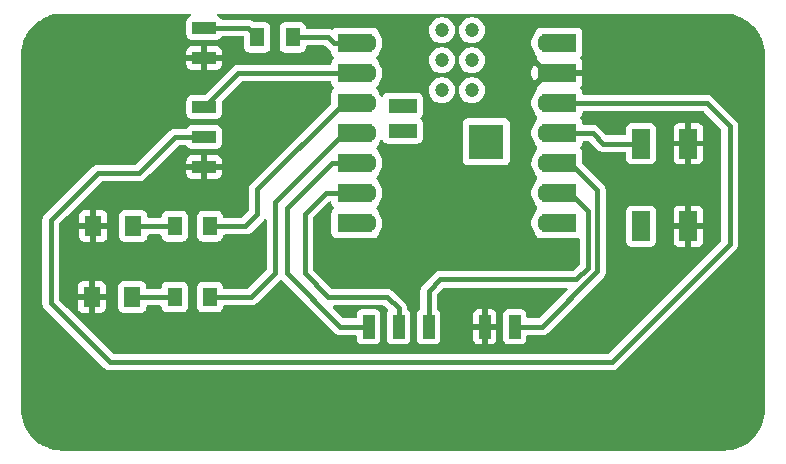
<source format=gbr>
%TF.GenerationSoftware,KiCad,Pcbnew,9.0.0*%
%TF.CreationDate,2025-03-13T14:21:22+03:00*%
%TF.ProjectId,EspDeniyorum,45737044-656e-4697-996f-72756d2e6b69,rev?*%
%TF.SameCoordinates,Original*%
%TF.FileFunction,Copper,L1,Top*%
%TF.FilePolarity,Positive*%
%FSLAX46Y46*%
G04 Gerber Fmt 4.6, Leading zero omitted, Abs format (unit mm)*
G04 Created by KiCad (PCBNEW 9.0.0) date 2025-03-13 14:21:22*
%MOMM*%
%LPD*%
G01*
G04 APERTURE LIST*
%TA.AperFunction,SMDPad,CuDef*%
%ADD10R,1.000000X2.000000*%
%TD*%
%TA.AperFunction,SMDPad,CuDef*%
%ADD11R,2.000000X1.000000*%
%TD*%
%TA.AperFunction,SMDPad,CuDef*%
%ADD12R,1.500000X2.500000*%
%TD*%
%TA.AperFunction,SMDPad,CuDef*%
%ADD13R,1.200000X1.600000*%
%TD*%
%TA.AperFunction,SMDPad,CuDef*%
%ADD14R,1.400000X1.700000*%
%TD*%
%TA.AperFunction,ComponentPad*%
%ADD15C,1.600000*%
%TD*%
%TA.AperFunction,SMDPad,CuDef*%
%ADD16R,3.000000X1.600000*%
%TD*%
%TA.AperFunction,SMDPad,CuDef*%
%ADD17R,2.400000X1.200000*%
%TD*%
%TA.AperFunction,SMDPad,CuDef*%
%ADD18C,1.200000*%
%TD*%
%TA.AperFunction,SMDPad,CuDef*%
%ADD19R,3.000000X3.000000*%
%TD*%
%TA.AperFunction,Conductor*%
%ADD20C,0.400000*%
%TD*%
G04 APERTURE END LIST*
D10*
X59920000Y-69500000D03*
X62460000Y-69500000D03*
X65000000Y-69500000D03*
D11*
X46000000Y-44210000D03*
X46000000Y-46750000D03*
D12*
X83000000Y-61000000D03*
X83000000Y-54000000D03*
X87000000Y-61000000D03*
X87000000Y-54000000D03*
D10*
X72290000Y-69500000D03*
X69750000Y-69500000D03*
D13*
X46500000Y-67000000D03*
X43500000Y-67000000D03*
X50500000Y-45000000D03*
X53500000Y-45000000D03*
D14*
X36500000Y-67000000D03*
X39900000Y-67000000D03*
D13*
X43500000Y-61000000D03*
X46500000Y-61000000D03*
D15*
X59780000Y-45485000D03*
D16*
X58780000Y-45485000D03*
D15*
X59780000Y-48025000D03*
D16*
X58780000Y-48025000D03*
D15*
X59780000Y-50565000D03*
D16*
X58780000Y-50565000D03*
D15*
X59780000Y-53105000D03*
D16*
X58780000Y-53105000D03*
D15*
X59780000Y-55645000D03*
D16*
X58780000Y-55645000D03*
D15*
X59780000Y-58185000D03*
D16*
X58780000Y-58185000D03*
D15*
X59780000Y-60725000D03*
D16*
X58780000Y-60725000D03*
D15*
X75015000Y-60725000D03*
D16*
X76015000Y-60725000D03*
D15*
X75015000Y-58185000D03*
D16*
X76015000Y-58185000D03*
D15*
X75015000Y-55645000D03*
D16*
X76015000Y-55645000D03*
D15*
X75015000Y-53105000D03*
D16*
X76015000Y-53105000D03*
D15*
X75015000Y-50565000D03*
D16*
X76015000Y-50565000D03*
D15*
X75015000Y-48025000D03*
D16*
X76015000Y-48025000D03*
D15*
X75015000Y-45485000D03*
D16*
X76015000Y-45485000D03*
D17*
X62795000Y-50805000D03*
X62795000Y-52905000D03*
D18*
X66125000Y-44425000D03*
X66125000Y-46965000D03*
X66125000Y-49505000D03*
X68665000Y-49505000D03*
X68665000Y-46965000D03*
X68665000Y-44425000D03*
D19*
X69895000Y-53855000D03*
D11*
X46000000Y-56000000D03*
X46000000Y-53460000D03*
X46000000Y-50920000D03*
D14*
X36600000Y-61000000D03*
X40000000Y-61000000D03*
D20*
X88565000Y-50565000D02*
X90500000Y-52500000D01*
X43540000Y-53460000D02*
X46000000Y-53460000D01*
X80500000Y-72500000D02*
X38000000Y-72500000D01*
X75015000Y-50565000D02*
X88565000Y-50565000D01*
X33000000Y-67500000D02*
X33000000Y-60500000D01*
X90500000Y-52500000D02*
X90500000Y-62500000D01*
X33000000Y-60500000D02*
X37000000Y-56500000D01*
X90500000Y-62500000D02*
X80500000Y-72500000D01*
X38000000Y-72500000D02*
X33000000Y-67500000D01*
X37000000Y-56500000D02*
X40500000Y-56500000D01*
X40500000Y-56500000D02*
X43540000Y-53460000D01*
X59780000Y-50565000D02*
X57818000Y-50565000D01*
X57818000Y-50565000D02*
X50500000Y-57883000D01*
X50500000Y-57883000D02*
X50500000Y-60000000D01*
X50500000Y-60000000D02*
X49500000Y-61000000D01*
X49500000Y-61000000D02*
X46500000Y-61000000D01*
X43500000Y-67000000D02*
X39900000Y-67000000D01*
X43500000Y-61000000D02*
X40000000Y-61000000D01*
X83000000Y-54000000D02*
X79790000Y-54000000D01*
X79790000Y-54000000D02*
X78895000Y-53105000D01*
X78895000Y-53105000D02*
X75015000Y-53105000D01*
X72290000Y-69500000D02*
X74632785Y-69500000D01*
X74632785Y-69500000D02*
X79301000Y-64831785D01*
X79301000Y-64831785D02*
X79301000Y-57969000D01*
X79301000Y-57969000D02*
X76977000Y-55645000D01*
X76977000Y-55645000D02*
X75015000Y-55645000D01*
X75015000Y-58185000D02*
X76977000Y-58185000D01*
X76977000Y-58185000D02*
X78500000Y-59708000D01*
X78500000Y-59708000D02*
X78500000Y-64500000D01*
X65000000Y-66500000D02*
X65000000Y-69500000D01*
X78500000Y-64500000D02*
X77500000Y-65500000D01*
X77500000Y-65500000D02*
X66000000Y-65500000D01*
X66000000Y-65500000D02*
X65000000Y-66500000D01*
X54500000Y-65000000D02*
X56500000Y-67000000D01*
X56315000Y-58185000D02*
X54500000Y-60000000D01*
X54500000Y-60000000D02*
X54500000Y-65000000D01*
X56500000Y-67000000D02*
X61500000Y-67000000D01*
X59780000Y-58185000D02*
X56315000Y-58185000D01*
X61500000Y-67000000D02*
X62460000Y-67960000D01*
X62460000Y-67960000D02*
X62460000Y-69500000D01*
X53000000Y-65000000D02*
X57500000Y-69500000D01*
X57500000Y-69500000D02*
X59920000Y-69500000D01*
X59780000Y-55645000D02*
X56855000Y-55645000D01*
X53000000Y-59500000D02*
X53000000Y-65000000D01*
X56855000Y-55645000D02*
X53000000Y-59500000D01*
X59780000Y-53105000D02*
X57818000Y-53105000D01*
X57818000Y-53105000D02*
X52000000Y-58923000D01*
X52000000Y-58923000D02*
X52000000Y-65000000D01*
X52000000Y-65000000D02*
X50000000Y-67000000D01*
X50000000Y-67000000D02*
X46500000Y-67000000D01*
X46000000Y-50920000D02*
X48895000Y-48025000D01*
X48895000Y-48025000D02*
X59780000Y-48025000D01*
X50500000Y-45000000D02*
X49710000Y-44210000D01*
X49710000Y-44210000D02*
X46000000Y-44210000D01*
X59780000Y-45485000D02*
X56985000Y-45485000D01*
X56985000Y-45485000D02*
X56500000Y-45000000D01*
X56500000Y-45000000D02*
X53500000Y-45000000D01*
X75120000Y-53000000D02*
X75015000Y-53105000D01*
%TA.AperFunction,Conductor*%
G36*
X44849802Y-43020185D02*
G01*
X44895557Y-43072989D01*
X44905501Y-43142147D01*
X44876476Y-43205703D01*
X44826096Y-43240682D01*
X44757671Y-43266202D01*
X44757664Y-43266206D01*
X44642455Y-43352452D01*
X44642452Y-43352455D01*
X44556206Y-43467664D01*
X44556202Y-43467671D01*
X44505908Y-43602517D01*
X44499501Y-43662116D01*
X44499500Y-43662135D01*
X44499500Y-44757870D01*
X44499501Y-44757876D01*
X44505908Y-44817483D01*
X44556202Y-44952328D01*
X44556206Y-44952335D01*
X44642452Y-45067544D01*
X44642455Y-45067547D01*
X44757664Y-45153793D01*
X44757671Y-45153797D01*
X44892517Y-45204091D01*
X44892516Y-45204091D01*
X44899444Y-45204835D01*
X44952127Y-45210500D01*
X47047872Y-45210499D01*
X47107483Y-45204091D01*
X47242331Y-45153796D01*
X47357546Y-45067546D01*
X47437914Y-44960188D01*
X47493847Y-44918318D01*
X47537180Y-44910500D01*
X49275500Y-44910500D01*
X49342539Y-44930185D01*
X49388294Y-44982989D01*
X49399500Y-45034500D01*
X49399500Y-45847870D01*
X49399501Y-45847876D01*
X49405908Y-45907483D01*
X49456202Y-46042328D01*
X49456206Y-46042335D01*
X49542452Y-46157544D01*
X49542455Y-46157547D01*
X49657664Y-46243793D01*
X49657671Y-46243797D01*
X49792517Y-46294091D01*
X49792516Y-46294091D01*
X49799444Y-46294835D01*
X49852127Y-46300500D01*
X51147872Y-46300499D01*
X51207483Y-46294091D01*
X51342331Y-46243796D01*
X51457546Y-46157546D01*
X51543796Y-46042331D01*
X51594091Y-45907483D01*
X51600500Y-45847873D01*
X51600499Y-44152128D01*
X51594091Y-44092517D01*
X51589265Y-44079579D01*
X51543797Y-43957671D01*
X51543793Y-43957664D01*
X51457547Y-43842455D01*
X51457544Y-43842452D01*
X51342335Y-43756206D01*
X51342328Y-43756202D01*
X51207482Y-43705908D01*
X51207483Y-43705908D01*
X51147883Y-43699501D01*
X51147881Y-43699500D01*
X51147873Y-43699500D01*
X51147865Y-43699500D01*
X50241520Y-43699500D01*
X50174481Y-43679815D01*
X50161547Y-43669392D01*
X50161253Y-43669751D01*
X50156545Y-43665887D01*
X50041807Y-43589222D01*
X49914332Y-43536421D01*
X49914322Y-43536418D01*
X49778996Y-43509500D01*
X49778994Y-43509500D01*
X49778993Y-43509500D01*
X47537180Y-43509500D01*
X47470141Y-43489815D01*
X47437913Y-43459811D01*
X47435516Y-43456609D01*
X47357546Y-43352454D01*
X47334709Y-43335358D01*
X47242335Y-43266206D01*
X47242328Y-43266202D01*
X47173904Y-43240682D01*
X47117970Y-43198811D01*
X47093553Y-43133347D01*
X47108405Y-43065074D01*
X47157810Y-43015668D01*
X47217237Y-43000500D01*
X89934108Y-43000500D01*
X89996949Y-43000500D01*
X90003032Y-43000648D01*
X90336929Y-43017052D01*
X90349037Y-43018245D01*
X90362116Y-43020185D01*
X90676699Y-43066849D01*
X90688617Y-43069219D01*
X91009951Y-43149709D01*
X91021588Y-43153240D01*
X91092806Y-43178722D01*
X91333467Y-43264832D01*
X91344688Y-43269479D01*
X91644163Y-43411120D01*
X91654871Y-43416844D01*
X91938988Y-43587137D01*
X91949103Y-43593895D01*
X92046173Y-43665887D01*
X92215170Y-43791224D01*
X92224576Y-43798944D01*
X92470013Y-44021395D01*
X92478604Y-44029986D01*
X92603057Y-44167299D01*
X92701055Y-44275423D01*
X92708775Y-44284829D01*
X92906102Y-44550893D01*
X92912862Y-44561011D01*
X93041776Y-44776092D01*
X93083148Y-44845116D01*
X93088883Y-44855844D01*
X93229804Y-45153797D01*
X93230514Y-45155297D01*
X93235170Y-45166540D01*
X93346759Y-45478411D01*
X93350292Y-45490055D01*
X93430777Y-45811369D01*
X93433151Y-45823305D01*
X93481754Y-46150962D01*
X93482947Y-46163071D01*
X93499351Y-46496966D01*
X93499500Y-46503051D01*
X93499500Y-76496948D01*
X93499351Y-76503033D01*
X93482947Y-76836928D01*
X93481754Y-76849037D01*
X93433151Y-77176694D01*
X93430777Y-77188630D01*
X93350292Y-77509944D01*
X93346759Y-77521588D01*
X93235170Y-77833459D01*
X93230514Y-77844702D01*
X93088885Y-78144151D01*
X93083148Y-78154883D01*
X92912862Y-78438988D01*
X92906102Y-78449106D01*
X92708775Y-78715170D01*
X92701055Y-78724576D01*
X92478611Y-78970006D01*
X92470006Y-78978611D01*
X92224576Y-79201055D01*
X92215170Y-79208775D01*
X91949106Y-79406102D01*
X91938988Y-79412862D01*
X91654883Y-79583148D01*
X91644151Y-79588885D01*
X91344702Y-79730514D01*
X91333459Y-79735170D01*
X91021588Y-79846759D01*
X91009944Y-79850292D01*
X90688630Y-79930777D01*
X90676694Y-79933151D01*
X90349037Y-79981754D01*
X90336928Y-79982947D01*
X90021989Y-79998419D01*
X90003031Y-79999351D01*
X89996949Y-79999500D01*
X34003051Y-79999500D01*
X33996968Y-79999351D01*
X33976900Y-79998365D01*
X33663071Y-79982947D01*
X33650962Y-79981754D01*
X33323305Y-79933151D01*
X33311369Y-79930777D01*
X32990055Y-79850292D01*
X32978411Y-79846759D01*
X32666540Y-79735170D01*
X32655301Y-79730515D01*
X32355844Y-79588883D01*
X32345121Y-79583150D01*
X32061011Y-79412862D01*
X32050893Y-79406102D01*
X31784829Y-79208775D01*
X31775423Y-79201055D01*
X31736475Y-79165755D01*
X31529986Y-78978604D01*
X31521395Y-78970013D01*
X31298944Y-78724576D01*
X31291224Y-78715170D01*
X31093897Y-78449106D01*
X31087137Y-78438988D01*
X30916844Y-78154871D01*
X30911120Y-78144163D01*
X30769479Y-77844688D01*
X30764829Y-77833459D01*
X30653240Y-77521588D01*
X30649707Y-77509944D01*
X30640958Y-77475015D01*
X30569219Y-77188617D01*
X30566848Y-77176694D01*
X30518245Y-76849037D01*
X30517052Y-76836927D01*
X30500649Y-76503032D01*
X30500500Y-76496948D01*
X30500500Y-60431004D01*
X32299500Y-60431004D01*
X32299500Y-67568995D01*
X32326418Y-67704322D01*
X32326421Y-67704332D01*
X32379222Y-67831807D01*
X32455887Y-67946545D01*
X37553454Y-73044112D01*
X37668192Y-73120777D01*
X37795667Y-73173578D01*
X37795672Y-73173580D01*
X37795676Y-73173580D01*
X37795677Y-73173581D01*
X37931003Y-73200500D01*
X37931006Y-73200500D01*
X80568996Y-73200500D01*
X80660040Y-73182389D01*
X80704328Y-73173580D01*
X80768069Y-73147177D01*
X80831807Y-73120777D01*
X80831808Y-73120776D01*
X80831811Y-73120775D01*
X80946543Y-73044114D01*
X91044114Y-62946543D01*
X91120775Y-62831811D01*
X91173580Y-62704328D01*
X91192831Y-62607547D01*
X91200500Y-62568996D01*
X91200500Y-52431004D01*
X91173581Y-52295677D01*
X91173580Y-52295676D01*
X91173580Y-52295672D01*
X91154455Y-52249501D01*
X91153633Y-52247517D01*
X91120778Y-52168196D01*
X91120777Y-52168195D01*
X91120775Y-52168189D01*
X91044114Y-52053457D01*
X91044112Y-52053454D01*
X89011545Y-50020887D01*
X88896807Y-49944222D01*
X88769332Y-49891421D01*
X88769322Y-49891418D01*
X88633996Y-49864500D01*
X88633994Y-49864500D01*
X88633993Y-49864500D01*
X78139499Y-49864500D01*
X78072460Y-49844815D01*
X78026705Y-49792011D01*
X78015499Y-49740500D01*
X78015499Y-49717129D01*
X78015498Y-49717123D01*
X78015497Y-49717116D01*
X78009091Y-49657517D01*
X77984509Y-49591610D01*
X77958797Y-49522671D01*
X77958793Y-49522664D01*
X77872547Y-49407455D01*
X77854511Y-49393953D01*
X77812640Y-49338019D01*
X77807657Y-49268327D01*
X77841143Y-49207004D01*
X77854515Y-49195418D01*
X77872191Y-49182186D01*
X77958350Y-49067093D01*
X77958354Y-49067086D01*
X78008596Y-48932379D01*
X78008598Y-48932372D01*
X78014999Y-48872844D01*
X78015000Y-48872827D01*
X78015000Y-48275000D01*
X76139000Y-48275000D01*
X76071961Y-48255315D01*
X76026206Y-48202511D01*
X76015000Y-48151000D01*
X76015000Y-47899000D01*
X76034685Y-47831961D01*
X76087489Y-47786206D01*
X76139000Y-47775000D01*
X78015000Y-47775000D01*
X78015000Y-47177172D01*
X78014999Y-47177155D01*
X78008598Y-47117627D01*
X78008596Y-47117620D01*
X77958354Y-46982913D01*
X77958350Y-46982906D01*
X77872190Y-46867812D01*
X77872189Y-46867811D01*
X77854513Y-46854579D01*
X77812641Y-46798646D01*
X77807657Y-46728954D01*
X77841142Y-46667631D01*
X77854500Y-46656055D01*
X77872546Y-46642546D01*
X77958796Y-46527331D01*
X78009091Y-46392483D01*
X78015500Y-46332873D01*
X78015499Y-44637128D01*
X78009091Y-44577517D01*
X78000984Y-44555782D01*
X77958797Y-44442671D01*
X77958793Y-44442664D01*
X77872547Y-44327455D01*
X77872544Y-44327452D01*
X77757335Y-44241206D01*
X77757328Y-44241202D01*
X77622482Y-44190908D01*
X77622483Y-44190908D01*
X77562883Y-44184501D01*
X77562881Y-44184500D01*
X77562873Y-44184500D01*
X75117356Y-44184500D01*
X75117352Y-44184500D01*
X74912648Y-44184500D01*
X74912642Y-44184500D01*
X74467129Y-44184500D01*
X74467123Y-44184501D01*
X74407516Y-44190908D01*
X74272671Y-44241202D01*
X74272664Y-44241206D01*
X74157455Y-44327452D01*
X74157452Y-44327455D01*
X74071206Y-44442664D01*
X74071202Y-44442671D01*
X74020908Y-44577517D01*
X74016470Y-44618802D01*
X73993499Y-44678432D01*
X73902715Y-44803386D01*
X73809781Y-44985776D01*
X73746522Y-45180465D01*
X73714500Y-45382648D01*
X73714500Y-45587351D01*
X73746522Y-45789534D01*
X73809781Y-45984223D01*
X73902712Y-46166608D01*
X73902713Y-46166610D01*
X73993500Y-46291571D01*
X74016471Y-46351201D01*
X74020909Y-46392483D01*
X74071202Y-46527328D01*
X74071206Y-46527335D01*
X74157452Y-46642544D01*
X74157453Y-46642544D01*
X74157454Y-46642546D01*
X74175486Y-46656045D01*
X74217357Y-46711976D01*
X74222343Y-46781667D01*
X74188859Y-46842991D01*
X74188553Y-46843255D01*
X74188436Y-46844884D01*
X74968553Y-47625000D01*
X74962339Y-47625000D01*
X74860606Y-47652259D01*
X74769394Y-47704920D01*
X74694920Y-47779394D01*
X74642259Y-47870606D01*
X74615000Y-47972339D01*
X74615000Y-47978553D01*
X73935524Y-47299077D01*
X73935523Y-47299077D01*
X73903143Y-47343644D01*
X73810244Y-47525968D01*
X73747009Y-47720582D01*
X73715000Y-47922682D01*
X73715000Y-48127317D01*
X73747009Y-48329417D01*
X73810244Y-48524031D01*
X73903141Y-48706350D01*
X73903147Y-48706359D01*
X73935523Y-48750921D01*
X73935524Y-48750922D01*
X74615000Y-48071446D01*
X74615000Y-48077661D01*
X74642259Y-48179394D01*
X74694920Y-48270606D01*
X74769394Y-48345080D01*
X74860606Y-48397741D01*
X74962339Y-48425000D01*
X74968552Y-48425000D01*
X74188436Y-49205114D01*
X74189037Y-49213522D01*
X74217357Y-49251353D01*
X74222342Y-49321044D01*
X74188858Y-49382368D01*
X74175490Y-49393951D01*
X74157455Y-49407452D01*
X74157452Y-49407455D01*
X74071206Y-49522664D01*
X74071202Y-49522671D01*
X74020908Y-49657517D01*
X74016470Y-49698802D01*
X73993499Y-49758432D01*
X73902715Y-49883386D01*
X73809781Y-50065776D01*
X73746522Y-50260465D01*
X73714500Y-50462648D01*
X73714500Y-50667351D01*
X73746522Y-50869534D01*
X73809781Y-51064223D01*
X73902712Y-51246608D01*
X73902713Y-51246610D01*
X73993500Y-51371571D01*
X74016471Y-51431201D01*
X74020909Y-51472483D01*
X74071202Y-51607328D01*
X74071206Y-51607335D01*
X74157452Y-51722544D01*
X74157453Y-51722544D01*
X74157454Y-51722546D01*
X74175070Y-51735733D01*
X74175071Y-51735734D01*
X74216941Y-51791668D01*
X74221925Y-51861360D01*
X74188439Y-51922683D01*
X74175071Y-51934266D01*
X74157452Y-51947455D01*
X74071206Y-52062664D01*
X74071202Y-52062671D01*
X74020908Y-52197517D01*
X74016470Y-52238802D01*
X73993499Y-52298432D01*
X73902715Y-52423386D01*
X73809781Y-52605776D01*
X73746522Y-52800465D01*
X73714500Y-53002648D01*
X73714500Y-53207351D01*
X73746522Y-53409534D01*
X73809781Y-53604223D01*
X73902712Y-53786608D01*
X73902713Y-53786610D01*
X73993500Y-53911571D01*
X74016471Y-53971201D01*
X74020909Y-54012483D01*
X74071202Y-54147328D01*
X74071206Y-54147335D01*
X74157452Y-54262544D01*
X74157453Y-54262544D01*
X74157454Y-54262546D01*
X74175070Y-54275733D01*
X74175071Y-54275734D01*
X74216941Y-54331668D01*
X74221925Y-54401360D01*
X74188439Y-54462683D01*
X74175071Y-54474266D01*
X74157452Y-54487455D01*
X74071206Y-54602664D01*
X74071202Y-54602671D01*
X74020908Y-54737517D01*
X74016470Y-54778802D01*
X73993499Y-54838432D01*
X73902715Y-54963386D01*
X73809781Y-55145776D01*
X73746522Y-55340465D01*
X73722469Y-55492335D01*
X73714500Y-55542648D01*
X73714500Y-55747352D01*
X73714999Y-55750500D01*
X73746522Y-55949534D01*
X73809781Y-56144223D01*
X73902712Y-56326608D01*
X73902713Y-56326610D01*
X73993500Y-56451571D01*
X74016471Y-56511201D01*
X74020909Y-56552483D01*
X74071202Y-56687328D01*
X74071206Y-56687335D01*
X74157452Y-56802544D01*
X74157453Y-56802544D01*
X74157454Y-56802546D01*
X74175070Y-56815733D01*
X74175071Y-56815734D01*
X74216941Y-56871668D01*
X74221925Y-56941360D01*
X74188439Y-57002683D01*
X74175071Y-57014266D01*
X74157452Y-57027455D01*
X74071206Y-57142664D01*
X74071202Y-57142671D01*
X74020908Y-57277517D01*
X74016470Y-57318802D01*
X73993499Y-57378432D01*
X73902715Y-57503386D01*
X73809781Y-57685776D01*
X73746522Y-57880465D01*
X73714500Y-58082648D01*
X73714500Y-58287351D01*
X73746522Y-58489534D01*
X73809781Y-58684223D01*
X73902712Y-58866608D01*
X73902713Y-58866610D01*
X73993500Y-58991571D01*
X74016471Y-59051201D01*
X74020909Y-59092483D01*
X74071202Y-59227328D01*
X74071206Y-59227335D01*
X74157452Y-59342544D01*
X74157453Y-59342544D01*
X74157454Y-59342546D01*
X74175070Y-59355733D01*
X74175071Y-59355734D01*
X74216941Y-59411668D01*
X74221925Y-59481360D01*
X74188439Y-59542683D01*
X74175071Y-59554266D01*
X74157452Y-59567455D01*
X74071206Y-59682664D01*
X74071202Y-59682671D01*
X74020908Y-59817517D01*
X74016470Y-59858802D01*
X73993499Y-59918432D01*
X73902715Y-60043386D01*
X73809781Y-60225776D01*
X73746522Y-60420465D01*
X73714500Y-60622648D01*
X73714500Y-60827351D01*
X73746522Y-61029534D01*
X73809781Y-61224223D01*
X73902712Y-61406608D01*
X73902713Y-61406610D01*
X73993500Y-61531571D01*
X74016471Y-61591201D01*
X74020909Y-61632483D01*
X74071202Y-61767328D01*
X74071206Y-61767335D01*
X74157452Y-61882544D01*
X74157455Y-61882547D01*
X74272664Y-61968793D01*
X74272671Y-61968797D01*
X74317618Y-61985561D01*
X74407517Y-62019091D01*
X74467127Y-62025500D01*
X74887980Y-62025499D01*
X74887986Y-62025500D01*
X74912648Y-62025500D01*
X75142015Y-62025500D01*
X75142019Y-62025499D01*
X77562871Y-62025499D01*
X77562872Y-62025499D01*
X77622483Y-62019091D01*
X77632165Y-62015480D01*
X77701857Y-62010494D01*
X77763180Y-62043979D01*
X77796666Y-62105301D01*
X77799500Y-62131661D01*
X77799500Y-64158481D01*
X77779815Y-64225520D01*
X77763181Y-64246162D01*
X77246162Y-64763181D01*
X77184839Y-64796666D01*
X77158481Y-64799500D01*
X65931004Y-64799500D01*
X65795677Y-64826418D01*
X65795667Y-64826421D01*
X65668192Y-64879222D01*
X65553454Y-64955887D01*
X64455887Y-66053454D01*
X64423347Y-66102155D01*
X64410906Y-66120775D01*
X64395065Y-66144482D01*
X64379225Y-66168188D01*
X64379221Y-66168195D01*
X64326421Y-66295667D01*
X64326418Y-66295677D01*
X64299500Y-66431004D01*
X64299500Y-67962819D01*
X64279815Y-68029858D01*
X64249812Y-68062085D01*
X64142452Y-68142455D01*
X64056206Y-68257664D01*
X64056202Y-68257671D01*
X64005908Y-68392517D01*
X63999501Y-68452116D01*
X63999501Y-68452123D01*
X63999500Y-68452135D01*
X63999500Y-70547870D01*
X63999501Y-70547876D01*
X64005908Y-70607483D01*
X64056202Y-70742328D01*
X64056206Y-70742335D01*
X64142452Y-70857544D01*
X64142455Y-70857547D01*
X64257664Y-70943793D01*
X64257671Y-70943797D01*
X64392517Y-70994091D01*
X64392516Y-70994091D01*
X64399444Y-70994835D01*
X64452127Y-71000500D01*
X65547872Y-71000499D01*
X65607483Y-70994091D01*
X65742331Y-70943796D01*
X65857546Y-70857546D01*
X65943796Y-70742331D01*
X65994091Y-70607483D01*
X66000500Y-70547873D01*
X66000500Y-70547844D01*
X68750000Y-70547844D01*
X68756401Y-70607372D01*
X68756403Y-70607379D01*
X68806645Y-70742086D01*
X68806649Y-70742093D01*
X68892809Y-70857187D01*
X68892812Y-70857190D01*
X69007906Y-70943350D01*
X69007913Y-70943354D01*
X69142620Y-70993596D01*
X69142627Y-70993598D01*
X69202155Y-70999999D01*
X69202172Y-71000000D01*
X69500000Y-71000000D01*
X70000000Y-71000000D01*
X70297828Y-71000000D01*
X70297844Y-70999999D01*
X70357372Y-70993598D01*
X70357379Y-70993596D01*
X70492086Y-70943354D01*
X70492093Y-70943350D01*
X70607187Y-70857190D01*
X70607190Y-70857187D01*
X70693350Y-70742093D01*
X70693354Y-70742086D01*
X70743596Y-70607379D01*
X70743598Y-70607372D01*
X70749999Y-70547844D01*
X70750000Y-70547827D01*
X70750000Y-69750000D01*
X70000000Y-69750000D01*
X70000000Y-71000000D01*
X69500000Y-71000000D01*
X69500000Y-69750000D01*
X68750000Y-69750000D01*
X68750000Y-70547844D01*
X66000500Y-70547844D01*
X66000499Y-69250000D01*
X66000499Y-68452155D01*
X68750000Y-68452155D01*
X68750000Y-69250000D01*
X69500000Y-69250000D01*
X70000000Y-69250000D01*
X70750000Y-69250000D01*
X70750000Y-68452172D01*
X70749999Y-68452155D01*
X70743598Y-68392627D01*
X70743596Y-68392620D01*
X70693354Y-68257913D01*
X70693350Y-68257906D01*
X70607190Y-68142812D01*
X70607187Y-68142809D01*
X70492093Y-68056649D01*
X70492086Y-68056645D01*
X70357379Y-68006403D01*
X70357372Y-68006401D01*
X70297844Y-68000000D01*
X70000000Y-68000000D01*
X70000000Y-69250000D01*
X69500000Y-69250000D01*
X69500000Y-68000000D01*
X69202155Y-68000000D01*
X69142627Y-68006401D01*
X69142620Y-68006403D01*
X69007913Y-68056645D01*
X69007906Y-68056649D01*
X68892812Y-68142809D01*
X68892809Y-68142812D01*
X68806649Y-68257906D01*
X68806645Y-68257913D01*
X68756403Y-68392620D01*
X68756401Y-68392627D01*
X68750000Y-68452155D01*
X66000499Y-68452155D01*
X66000499Y-68452129D01*
X66000498Y-68452123D01*
X66000497Y-68452116D01*
X65994091Y-68392517D01*
X65978419Y-68350499D01*
X65943797Y-68257671D01*
X65943793Y-68257664D01*
X65857547Y-68142455D01*
X65750188Y-68062085D01*
X65708318Y-68006151D01*
X65700500Y-67962819D01*
X65700500Y-66841519D01*
X65720185Y-66774480D01*
X65736819Y-66753838D01*
X66253838Y-66236819D01*
X66315161Y-66203334D01*
X66341519Y-66200500D01*
X76642266Y-66200500D01*
X76709305Y-66220185D01*
X76755060Y-66272989D01*
X76765004Y-66342147D01*
X76735979Y-66405703D01*
X76729947Y-66412181D01*
X74378947Y-68763181D01*
X74317624Y-68796666D01*
X74291266Y-68799500D01*
X73414499Y-68799500D01*
X73347460Y-68779815D01*
X73301705Y-68727011D01*
X73290499Y-68675500D01*
X73290499Y-68452129D01*
X73290498Y-68452123D01*
X73290497Y-68452116D01*
X73284091Y-68392517D01*
X73268419Y-68350499D01*
X73233797Y-68257671D01*
X73233793Y-68257664D01*
X73147547Y-68142455D01*
X73147544Y-68142452D01*
X73032335Y-68056206D01*
X73032328Y-68056202D01*
X72897482Y-68005908D01*
X72897483Y-68005908D01*
X72837883Y-67999501D01*
X72837881Y-67999500D01*
X72837873Y-67999500D01*
X72837864Y-67999500D01*
X71742129Y-67999500D01*
X71742123Y-67999501D01*
X71682516Y-68005908D01*
X71547671Y-68056202D01*
X71547664Y-68056206D01*
X71432455Y-68142452D01*
X71432452Y-68142455D01*
X71346206Y-68257664D01*
X71346202Y-68257671D01*
X71295908Y-68392517D01*
X71289501Y-68452116D01*
X71289501Y-68452123D01*
X71289500Y-68452135D01*
X71289500Y-70547870D01*
X71289501Y-70547876D01*
X71295908Y-70607483D01*
X71346202Y-70742328D01*
X71346206Y-70742335D01*
X71432452Y-70857544D01*
X71432455Y-70857547D01*
X71547664Y-70943793D01*
X71547671Y-70943797D01*
X71682517Y-70994091D01*
X71682516Y-70994091D01*
X71689444Y-70994835D01*
X71742127Y-71000500D01*
X72837872Y-71000499D01*
X72897483Y-70994091D01*
X73032331Y-70943796D01*
X73147546Y-70857546D01*
X73233796Y-70742331D01*
X73284091Y-70607483D01*
X73290500Y-70547873D01*
X73290500Y-70324500D01*
X73310185Y-70257461D01*
X73362989Y-70211706D01*
X73414500Y-70200500D01*
X74701781Y-70200500D01*
X74792825Y-70182389D01*
X74837113Y-70173580D01*
X74900854Y-70147177D01*
X74964592Y-70120777D01*
X74964593Y-70120776D01*
X74964596Y-70120775D01*
X75079328Y-70044114D01*
X79845114Y-65278328D01*
X79921775Y-65163596D01*
X79974580Y-65036113D01*
X79990538Y-64955887D01*
X80001500Y-64900781D01*
X80001500Y-59702135D01*
X81749500Y-59702135D01*
X81749500Y-62297870D01*
X81749501Y-62297876D01*
X81755908Y-62357483D01*
X81806202Y-62492328D01*
X81806206Y-62492335D01*
X81892452Y-62607544D01*
X81892455Y-62607547D01*
X82007664Y-62693793D01*
X82007671Y-62693797D01*
X82142517Y-62744091D01*
X82142516Y-62744091D01*
X82149444Y-62744835D01*
X82202127Y-62750500D01*
X83797872Y-62750499D01*
X83857483Y-62744091D01*
X83992331Y-62693796D01*
X84107546Y-62607546D01*
X84193796Y-62492331D01*
X84244091Y-62357483D01*
X84250500Y-62297873D01*
X84250500Y-62297844D01*
X85750000Y-62297844D01*
X85756401Y-62357372D01*
X85756403Y-62357379D01*
X85806645Y-62492086D01*
X85806649Y-62492093D01*
X85892809Y-62607187D01*
X85892812Y-62607190D01*
X86007906Y-62693350D01*
X86007913Y-62693354D01*
X86142620Y-62743596D01*
X86142627Y-62743598D01*
X86202155Y-62749999D01*
X86202172Y-62750000D01*
X86750000Y-62750000D01*
X87250000Y-62750000D01*
X87797828Y-62750000D01*
X87797844Y-62749999D01*
X87857372Y-62743598D01*
X87857379Y-62743596D01*
X87992086Y-62693354D01*
X87992093Y-62693350D01*
X88107187Y-62607190D01*
X88107190Y-62607187D01*
X88193350Y-62492093D01*
X88193354Y-62492086D01*
X88243596Y-62357379D01*
X88243598Y-62357372D01*
X88249999Y-62297844D01*
X88250000Y-62297827D01*
X88250000Y-61250000D01*
X87250000Y-61250000D01*
X87250000Y-62750000D01*
X86750000Y-62750000D01*
X86750000Y-61250000D01*
X85750000Y-61250000D01*
X85750000Y-62297844D01*
X84250500Y-62297844D01*
X84250499Y-60841519D01*
X84250499Y-59702155D01*
X85750000Y-59702155D01*
X85750000Y-60750000D01*
X86750000Y-60750000D01*
X87250000Y-60750000D01*
X88250000Y-60750000D01*
X88250000Y-59702172D01*
X88249999Y-59702155D01*
X88243598Y-59642627D01*
X88243596Y-59642620D01*
X88193354Y-59507913D01*
X88193350Y-59507906D01*
X88107190Y-59392812D01*
X88107187Y-59392809D01*
X87992093Y-59306649D01*
X87992086Y-59306645D01*
X87857379Y-59256403D01*
X87857372Y-59256401D01*
X87797844Y-59250000D01*
X87250000Y-59250000D01*
X87250000Y-60750000D01*
X86750000Y-60750000D01*
X86750000Y-59250000D01*
X86202155Y-59250000D01*
X86142627Y-59256401D01*
X86142620Y-59256403D01*
X86007913Y-59306645D01*
X86007906Y-59306649D01*
X85892812Y-59392809D01*
X85892809Y-59392812D01*
X85806649Y-59507906D01*
X85806645Y-59507913D01*
X85756403Y-59642620D01*
X85756401Y-59642627D01*
X85750000Y-59702155D01*
X84250499Y-59702155D01*
X84250499Y-59702129D01*
X84250498Y-59702123D01*
X84250497Y-59702116D01*
X84244091Y-59642517D01*
X84216094Y-59567454D01*
X84193797Y-59507671D01*
X84193793Y-59507664D01*
X84107547Y-59392455D01*
X84107544Y-59392452D01*
X83992335Y-59306206D01*
X83992328Y-59306202D01*
X83857482Y-59255908D01*
X83857483Y-59255908D01*
X83797883Y-59249501D01*
X83797881Y-59249500D01*
X83797873Y-59249500D01*
X83797864Y-59249500D01*
X82202129Y-59249500D01*
X82202123Y-59249501D01*
X82142516Y-59255908D01*
X82007671Y-59306202D01*
X82007664Y-59306206D01*
X81892455Y-59392452D01*
X81892452Y-59392455D01*
X81806206Y-59507664D01*
X81806202Y-59507671D01*
X81755908Y-59642517D01*
X81749782Y-59699500D01*
X81749501Y-59702123D01*
X81749500Y-59702135D01*
X80001500Y-59702135D01*
X80001500Y-57900004D01*
X79974580Y-57764672D01*
X79974579Y-57764669D01*
X79972573Y-57759828D01*
X79963721Y-57738457D01*
X79941902Y-57685781D01*
X79921775Y-57637189D01*
X79921773Y-57637187D01*
X79921773Y-57637185D01*
X79845115Y-57522459D01*
X79807156Y-57484500D01*
X79747542Y-57424886D01*
X78051818Y-55729161D01*
X78018333Y-55667838D01*
X78015499Y-55641480D01*
X78015499Y-54797129D01*
X78015498Y-54797123D01*
X78009091Y-54737516D01*
X77958797Y-54602671D01*
X77958793Y-54602664D01*
X77872547Y-54487455D01*
X77872546Y-54487454D01*
X77854930Y-54474267D01*
X77813058Y-54418334D01*
X77808074Y-54348642D01*
X77841558Y-54287319D01*
X77854930Y-54275733D01*
X77872546Y-54262546D01*
X77958796Y-54147331D01*
X78009091Y-54012483D01*
X78015500Y-53952873D01*
X78015500Y-53929500D01*
X78035185Y-53862461D01*
X78087989Y-53816706D01*
X78139500Y-53805500D01*
X78553481Y-53805500D01*
X78620520Y-53825185D01*
X78641162Y-53841819D01*
X79343453Y-54544111D01*
X79343454Y-54544112D01*
X79458190Y-54620776D01*
X79556790Y-54661617D01*
X79585671Y-54673580D01*
X79585672Y-54673580D01*
X79585677Y-54673582D01*
X79612545Y-54678925D01*
X79612551Y-54678926D01*
X79612591Y-54678934D01*
X79702937Y-54696905D01*
X79721006Y-54700500D01*
X79721007Y-54700500D01*
X81625501Y-54700500D01*
X81692540Y-54720185D01*
X81738295Y-54772989D01*
X81749501Y-54824500D01*
X81749501Y-55297876D01*
X81755908Y-55357483D01*
X81806202Y-55492328D01*
X81806206Y-55492335D01*
X81892452Y-55607544D01*
X81892455Y-55607547D01*
X82007664Y-55693793D01*
X82007671Y-55693797D01*
X82142517Y-55744091D01*
X82142516Y-55744091D01*
X82149444Y-55744835D01*
X82202127Y-55750500D01*
X83797872Y-55750499D01*
X83857483Y-55744091D01*
X83992331Y-55693796D01*
X84107546Y-55607546D01*
X84193796Y-55492331D01*
X84244091Y-55357483D01*
X84250500Y-55297873D01*
X84250500Y-55297844D01*
X85750000Y-55297844D01*
X85756401Y-55357372D01*
X85756403Y-55357379D01*
X85806645Y-55492086D01*
X85806649Y-55492093D01*
X85892809Y-55607187D01*
X85892812Y-55607190D01*
X86007906Y-55693350D01*
X86007913Y-55693354D01*
X86142620Y-55743596D01*
X86142627Y-55743598D01*
X86202155Y-55749999D01*
X86202172Y-55750000D01*
X86750000Y-55750000D01*
X87250000Y-55750000D01*
X87797828Y-55750000D01*
X87797844Y-55749999D01*
X87857372Y-55743598D01*
X87857379Y-55743596D01*
X87992086Y-55693354D01*
X87992093Y-55693350D01*
X88107187Y-55607190D01*
X88107190Y-55607187D01*
X88193350Y-55492093D01*
X88193354Y-55492086D01*
X88243596Y-55357379D01*
X88243598Y-55357372D01*
X88249999Y-55297844D01*
X88250000Y-55297827D01*
X88250000Y-54250000D01*
X87250000Y-54250000D01*
X87250000Y-55750000D01*
X86750000Y-55750000D01*
X86750000Y-54250000D01*
X85750000Y-54250000D01*
X85750000Y-55297844D01*
X84250500Y-55297844D01*
X84250499Y-53999091D01*
X84250499Y-52702155D01*
X85750000Y-52702155D01*
X85750000Y-53750000D01*
X86750000Y-53750000D01*
X87250000Y-53750000D01*
X88250000Y-53750000D01*
X88250000Y-52702172D01*
X88249999Y-52702155D01*
X88243598Y-52642627D01*
X88243596Y-52642620D01*
X88193354Y-52507913D01*
X88193350Y-52507906D01*
X88107190Y-52392812D01*
X88107187Y-52392809D01*
X87992093Y-52306649D01*
X87992086Y-52306645D01*
X87857379Y-52256403D01*
X87857372Y-52256401D01*
X87797844Y-52250000D01*
X87250000Y-52250000D01*
X87250000Y-53750000D01*
X86750000Y-53750000D01*
X86750000Y-52250000D01*
X86202155Y-52250000D01*
X86142627Y-52256401D01*
X86142620Y-52256403D01*
X86007913Y-52306645D01*
X86007906Y-52306649D01*
X85892812Y-52392809D01*
X85892809Y-52392812D01*
X85806649Y-52507906D01*
X85806645Y-52507913D01*
X85756403Y-52642620D01*
X85756401Y-52642627D01*
X85750000Y-52702155D01*
X84250499Y-52702155D01*
X84250499Y-52702129D01*
X84250498Y-52702123D01*
X84250497Y-52702116D01*
X84244091Y-52642517D01*
X84230389Y-52605781D01*
X84193797Y-52507671D01*
X84193793Y-52507664D01*
X84107547Y-52392455D01*
X84107544Y-52392452D01*
X83992335Y-52306206D01*
X83992328Y-52306202D01*
X83857482Y-52255908D01*
X83857483Y-52255908D01*
X83797883Y-52249501D01*
X83797881Y-52249500D01*
X83797873Y-52249500D01*
X83797864Y-52249500D01*
X82202129Y-52249500D01*
X82202123Y-52249501D01*
X82142516Y-52255908D01*
X82007671Y-52306202D01*
X82007664Y-52306206D01*
X81892455Y-52392452D01*
X81892452Y-52392455D01*
X81806206Y-52507664D01*
X81806202Y-52507671D01*
X81755908Y-52642517D01*
X81749501Y-52702116D01*
X81749501Y-52702123D01*
X81749500Y-52702135D01*
X81749500Y-53175500D01*
X81729815Y-53242539D01*
X81677011Y-53288294D01*
X81625500Y-53299500D01*
X80131519Y-53299500D01*
X80064480Y-53279815D01*
X80043838Y-53263181D01*
X79341546Y-52560888D01*
X79341545Y-52560887D01*
X79226807Y-52484222D01*
X79099332Y-52431421D01*
X79099322Y-52431418D01*
X78963996Y-52404500D01*
X78963994Y-52404500D01*
X78963993Y-52404500D01*
X78139499Y-52404500D01*
X78072460Y-52384815D01*
X78026705Y-52332011D01*
X78015499Y-52280500D01*
X78015499Y-52257129D01*
X78015498Y-52257123D01*
X78015497Y-52257116D01*
X78009091Y-52197517D01*
X77998152Y-52168189D01*
X77958797Y-52062671D01*
X77958793Y-52062664D01*
X77872547Y-51947455D01*
X77872546Y-51947454D01*
X77854930Y-51934267D01*
X77813058Y-51878334D01*
X77808074Y-51808642D01*
X77841558Y-51747319D01*
X77854930Y-51735733D01*
X77872546Y-51722546D01*
X77958796Y-51607331D01*
X78009091Y-51472483D01*
X78015500Y-51412873D01*
X78015500Y-51389500D01*
X78035185Y-51322461D01*
X78087989Y-51276706D01*
X78139500Y-51265500D01*
X88223481Y-51265500D01*
X88290520Y-51285185D01*
X88311162Y-51301819D01*
X89763181Y-52753838D01*
X89796666Y-52815161D01*
X89799500Y-52841519D01*
X89799500Y-62158481D01*
X89779815Y-62225520D01*
X89763181Y-62246162D01*
X80246162Y-71763181D01*
X80184839Y-71796666D01*
X80158481Y-71799500D01*
X38341519Y-71799500D01*
X38274480Y-71779815D01*
X38253838Y-71763181D01*
X34388501Y-67897844D01*
X35300000Y-67897844D01*
X35306401Y-67957372D01*
X35306403Y-67957379D01*
X35356645Y-68092086D01*
X35356649Y-68092093D01*
X35442809Y-68207187D01*
X35442812Y-68207190D01*
X35557906Y-68293350D01*
X35557913Y-68293354D01*
X35692620Y-68343596D01*
X35692627Y-68343598D01*
X35752155Y-68349999D01*
X35752172Y-68350000D01*
X36250000Y-68350000D01*
X36750000Y-68350000D01*
X37247828Y-68350000D01*
X37247844Y-68349999D01*
X37307372Y-68343598D01*
X37307379Y-68343596D01*
X37442086Y-68293354D01*
X37442093Y-68293350D01*
X37557187Y-68207190D01*
X37557190Y-68207187D01*
X37643350Y-68092093D01*
X37643354Y-68092086D01*
X37693596Y-67957379D01*
X37693598Y-67957372D01*
X37699999Y-67897844D01*
X37700000Y-67897827D01*
X37700000Y-67250000D01*
X36750000Y-67250000D01*
X36750000Y-68350000D01*
X36250000Y-68350000D01*
X36250000Y-67250000D01*
X35300000Y-67250000D01*
X35300000Y-67897844D01*
X34388501Y-67897844D01*
X33736819Y-67246162D01*
X33703334Y-67184839D01*
X33700500Y-67158481D01*
X33700500Y-66102155D01*
X35300000Y-66102155D01*
X35300000Y-66750000D01*
X36250000Y-66750000D01*
X36750000Y-66750000D01*
X37700000Y-66750000D01*
X37700000Y-66102164D01*
X37699997Y-66102135D01*
X38699500Y-66102135D01*
X38699500Y-67897870D01*
X38699501Y-67897876D01*
X38705908Y-67957483D01*
X38756202Y-68092328D01*
X38756206Y-68092335D01*
X38842452Y-68207544D01*
X38842455Y-68207547D01*
X38957664Y-68293793D01*
X38957671Y-68293797D01*
X39092517Y-68344091D01*
X39092516Y-68344091D01*
X39099444Y-68344835D01*
X39152127Y-68350500D01*
X40647872Y-68350499D01*
X40707483Y-68344091D01*
X40842331Y-68293796D01*
X40957546Y-68207546D01*
X41043796Y-68092331D01*
X41094091Y-67957483D01*
X41100500Y-67897873D01*
X41100500Y-67824500D01*
X41120185Y-67757461D01*
X41172989Y-67711706D01*
X41224500Y-67700500D01*
X42275501Y-67700500D01*
X42342540Y-67720185D01*
X42388295Y-67772989D01*
X42399501Y-67824500D01*
X42399501Y-67847876D01*
X42405908Y-67907483D01*
X42456202Y-68042328D01*
X42456206Y-68042335D01*
X42542452Y-68157544D01*
X42542455Y-68157547D01*
X42657664Y-68243793D01*
X42657671Y-68243797D01*
X42792517Y-68294091D01*
X42792516Y-68294091D01*
X42799444Y-68294835D01*
X42852127Y-68300500D01*
X44147872Y-68300499D01*
X44207483Y-68294091D01*
X44342331Y-68243796D01*
X44457546Y-68157546D01*
X44543796Y-68042331D01*
X44594091Y-67907483D01*
X44600500Y-67847873D01*
X44600499Y-66152128D01*
X44594091Y-66092517D01*
X44579521Y-66053454D01*
X44543797Y-65957671D01*
X44543793Y-65957664D01*
X44457547Y-65842455D01*
X44457544Y-65842452D01*
X44342335Y-65756206D01*
X44342328Y-65756202D01*
X44207482Y-65705908D01*
X44207483Y-65705908D01*
X44147883Y-65699501D01*
X44147881Y-65699500D01*
X44147873Y-65699500D01*
X44147864Y-65699500D01*
X42852129Y-65699500D01*
X42852123Y-65699501D01*
X42792516Y-65705908D01*
X42657671Y-65756202D01*
X42657664Y-65756206D01*
X42542455Y-65842452D01*
X42542452Y-65842455D01*
X42456206Y-65957664D01*
X42456202Y-65957671D01*
X42405908Y-66092517D01*
X42399501Y-66152116D01*
X42399501Y-66152123D01*
X42399500Y-66152135D01*
X42399500Y-66175500D01*
X42379815Y-66242539D01*
X42327011Y-66288294D01*
X42275500Y-66299500D01*
X41224499Y-66299500D01*
X41157460Y-66279815D01*
X41111705Y-66227011D01*
X41100499Y-66175500D01*
X41100499Y-66102129D01*
X41100498Y-66102123D01*
X41100497Y-66102116D01*
X41094091Y-66042517D01*
X41043884Y-65907906D01*
X41043797Y-65907671D01*
X41043793Y-65907664D01*
X40957547Y-65792455D01*
X40957544Y-65792452D01*
X40842335Y-65706206D01*
X40842328Y-65706202D01*
X40707482Y-65655908D01*
X40707483Y-65655908D01*
X40647883Y-65649501D01*
X40647881Y-65649500D01*
X40647873Y-65649500D01*
X40647864Y-65649500D01*
X39152129Y-65649500D01*
X39152123Y-65649501D01*
X39092516Y-65655908D01*
X38957671Y-65706202D01*
X38957664Y-65706206D01*
X38842455Y-65792452D01*
X38842452Y-65792455D01*
X38756206Y-65907664D01*
X38756202Y-65907671D01*
X38705908Y-66042517D01*
X38700533Y-66092516D01*
X38699501Y-66102123D01*
X38699500Y-66102135D01*
X37699997Y-66102135D01*
X37693598Y-66042627D01*
X37693596Y-66042620D01*
X37643354Y-65907913D01*
X37643350Y-65907906D01*
X37557190Y-65792812D01*
X37557187Y-65792809D01*
X37442093Y-65706649D01*
X37442086Y-65706645D01*
X37307379Y-65656403D01*
X37307372Y-65656401D01*
X37247844Y-65650000D01*
X36750000Y-65650000D01*
X36750000Y-66750000D01*
X36250000Y-66750000D01*
X36250000Y-65650000D01*
X35752155Y-65650000D01*
X35692627Y-65656401D01*
X35692620Y-65656403D01*
X35557913Y-65706645D01*
X35557906Y-65706649D01*
X35442812Y-65792809D01*
X35442809Y-65792812D01*
X35356649Y-65907906D01*
X35356645Y-65907913D01*
X35306403Y-66042620D01*
X35306401Y-66042627D01*
X35300000Y-66102155D01*
X33700500Y-66102155D01*
X33700500Y-61897844D01*
X35400000Y-61897844D01*
X35406401Y-61957372D01*
X35406403Y-61957379D01*
X35456645Y-62092086D01*
X35456649Y-62092093D01*
X35542809Y-62207187D01*
X35542812Y-62207190D01*
X35657906Y-62293350D01*
X35657913Y-62293354D01*
X35792620Y-62343596D01*
X35792627Y-62343598D01*
X35852155Y-62349999D01*
X35852172Y-62350000D01*
X36350000Y-62350000D01*
X36850000Y-62350000D01*
X37347828Y-62350000D01*
X37347844Y-62349999D01*
X37407372Y-62343598D01*
X37407379Y-62343596D01*
X37542086Y-62293354D01*
X37542093Y-62293350D01*
X37657187Y-62207190D01*
X37657190Y-62207187D01*
X37743350Y-62092093D01*
X37743354Y-62092086D01*
X37793596Y-61957379D01*
X37793598Y-61957372D01*
X37799999Y-61897844D01*
X37800000Y-61897827D01*
X37800000Y-61250000D01*
X36850000Y-61250000D01*
X36850000Y-62350000D01*
X36350000Y-62350000D01*
X36350000Y-61250000D01*
X35400000Y-61250000D01*
X35400000Y-61897844D01*
X33700500Y-61897844D01*
X33700500Y-60841519D01*
X33720185Y-60774480D01*
X33736819Y-60753838D01*
X34388502Y-60102155D01*
X35400000Y-60102155D01*
X35400000Y-60750000D01*
X36350000Y-60750000D01*
X36850000Y-60750000D01*
X37800000Y-60750000D01*
X37800000Y-60102164D01*
X37799997Y-60102135D01*
X38799500Y-60102135D01*
X38799500Y-61897870D01*
X38799501Y-61897876D01*
X38805908Y-61957483D01*
X38856202Y-62092328D01*
X38856206Y-62092335D01*
X38942452Y-62207544D01*
X38942455Y-62207547D01*
X39057664Y-62293793D01*
X39057671Y-62293797D01*
X39192517Y-62344091D01*
X39192516Y-62344091D01*
X39199444Y-62344835D01*
X39252127Y-62350500D01*
X40747872Y-62350499D01*
X40807483Y-62344091D01*
X40942331Y-62293796D01*
X41057546Y-62207546D01*
X41143796Y-62092331D01*
X41194091Y-61957483D01*
X41200500Y-61897873D01*
X41200500Y-61824500D01*
X41220185Y-61757461D01*
X41272989Y-61711706D01*
X41324500Y-61700500D01*
X42275501Y-61700500D01*
X42342540Y-61720185D01*
X42388295Y-61772989D01*
X42399501Y-61824500D01*
X42399501Y-61847876D01*
X42405908Y-61907483D01*
X42456202Y-62042328D01*
X42456206Y-62042335D01*
X42542452Y-62157544D01*
X42542455Y-62157547D01*
X42657664Y-62243793D01*
X42657671Y-62243797D01*
X42792517Y-62294091D01*
X42792516Y-62294091D01*
X42799444Y-62294835D01*
X42852127Y-62300500D01*
X44147872Y-62300499D01*
X44207483Y-62294091D01*
X44342331Y-62243796D01*
X44457546Y-62157546D01*
X44543796Y-62042331D01*
X44594091Y-61907483D01*
X44600500Y-61847873D01*
X44600499Y-60152128D01*
X44594091Y-60092517D01*
X44585317Y-60068994D01*
X44543797Y-59957671D01*
X44543793Y-59957664D01*
X44457547Y-59842455D01*
X44457544Y-59842452D01*
X44342335Y-59756206D01*
X44342328Y-59756202D01*
X44207482Y-59705908D01*
X44207483Y-59705908D01*
X44147883Y-59699501D01*
X44147881Y-59699500D01*
X44147873Y-59699500D01*
X44147864Y-59699500D01*
X42852129Y-59699500D01*
X42852123Y-59699501D01*
X42792516Y-59705908D01*
X42657671Y-59756202D01*
X42657664Y-59756206D01*
X42542455Y-59842452D01*
X42542452Y-59842455D01*
X42456206Y-59957664D01*
X42456202Y-59957671D01*
X42405908Y-60092517D01*
X42399501Y-60152116D01*
X42399501Y-60152123D01*
X42399500Y-60152135D01*
X42399500Y-60175500D01*
X42379815Y-60242539D01*
X42327011Y-60288294D01*
X42275500Y-60299500D01*
X41324499Y-60299500D01*
X41257460Y-60279815D01*
X41211705Y-60227011D01*
X41200499Y-60175500D01*
X41200499Y-60102129D01*
X41200498Y-60102123D01*
X41200497Y-60102116D01*
X41194185Y-60043389D01*
X41194091Y-60042516D01*
X41143797Y-59907671D01*
X41143793Y-59907664D01*
X41057547Y-59792455D01*
X41057544Y-59792452D01*
X40942335Y-59706206D01*
X40942328Y-59706202D01*
X40807482Y-59655908D01*
X40807483Y-59655908D01*
X40747883Y-59649501D01*
X40747881Y-59649500D01*
X40747873Y-59649500D01*
X40747864Y-59649500D01*
X39252129Y-59649500D01*
X39252123Y-59649501D01*
X39192516Y-59655908D01*
X39057671Y-59706202D01*
X39057664Y-59706206D01*
X38942455Y-59792452D01*
X38942452Y-59792455D01*
X38856206Y-59907664D01*
X38856202Y-59907671D01*
X38805908Y-60042517D01*
X38803062Y-60068994D01*
X38799501Y-60102123D01*
X38799500Y-60102135D01*
X37799997Y-60102135D01*
X37793598Y-60042627D01*
X37793596Y-60042620D01*
X37743354Y-59907913D01*
X37743350Y-59907906D01*
X37657190Y-59792812D01*
X37657187Y-59792809D01*
X37542093Y-59706649D01*
X37542086Y-59706645D01*
X37407379Y-59656403D01*
X37407372Y-59656401D01*
X37347844Y-59650000D01*
X36850000Y-59650000D01*
X36850000Y-60750000D01*
X36350000Y-60750000D01*
X36350000Y-59650000D01*
X35852155Y-59650000D01*
X35792627Y-59656401D01*
X35792620Y-59656403D01*
X35657913Y-59706645D01*
X35657906Y-59706649D01*
X35542812Y-59792809D01*
X35542809Y-59792812D01*
X35456649Y-59907906D01*
X35456645Y-59907913D01*
X35406403Y-60042620D01*
X35406401Y-60042627D01*
X35400000Y-60102155D01*
X34388502Y-60102155D01*
X37253838Y-57236819D01*
X37315161Y-57203334D01*
X37341519Y-57200500D01*
X40568996Y-57200500D01*
X40660040Y-57182389D01*
X40704328Y-57173580D01*
X40778966Y-57142664D01*
X40831807Y-57120777D01*
X40831808Y-57120776D01*
X40831811Y-57120775D01*
X40946543Y-57044114D01*
X41442813Y-56547844D01*
X44500000Y-56547844D01*
X44506401Y-56607372D01*
X44506403Y-56607379D01*
X44556645Y-56742086D01*
X44556649Y-56742093D01*
X44642809Y-56857187D01*
X44642812Y-56857190D01*
X44757906Y-56943350D01*
X44757913Y-56943354D01*
X44892620Y-56993596D01*
X44892627Y-56993598D01*
X44952155Y-56999999D01*
X44952172Y-57000000D01*
X45750000Y-57000000D01*
X46250000Y-57000000D01*
X47047828Y-57000000D01*
X47047844Y-56999999D01*
X47107372Y-56993598D01*
X47107379Y-56993596D01*
X47242086Y-56943354D01*
X47242093Y-56943350D01*
X47357187Y-56857190D01*
X47357190Y-56857187D01*
X47443350Y-56742093D01*
X47443354Y-56742086D01*
X47493596Y-56607379D01*
X47493598Y-56607372D01*
X47499999Y-56547844D01*
X47500000Y-56547827D01*
X47500000Y-56250000D01*
X46250000Y-56250000D01*
X46250000Y-57000000D01*
X45750000Y-57000000D01*
X45750000Y-56250000D01*
X44500000Y-56250000D01*
X44500000Y-56547844D01*
X41442813Y-56547844D01*
X42538502Y-55452155D01*
X44500000Y-55452155D01*
X44500000Y-55750000D01*
X45750000Y-55750000D01*
X46250000Y-55750000D01*
X47500000Y-55750000D01*
X47500000Y-55452172D01*
X47499999Y-55452155D01*
X47493598Y-55392627D01*
X47493596Y-55392620D01*
X47443354Y-55257913D01*
X47443350Y-55257906D01*
X47357190Y-55142812D01*
X47357187Y-55142809D01*
X47242093Y-55056649D01*
X47242086Y-55056645D01*
X47107379Y-55006403D01*
X47107372Y-55006401D01*
X47047844Y-55000000D01*
X46250000Y-55000000D01*
X46250000Y-55750000D01*
X45750000Y-55750000D01*
X45750000Y-55000000D01*
X44952155Y-55000000D01*
X44892627Y-55006401D01*
X44892620Y-55006403D01*
X44757913Y-55056645D01*
X44757906Y-55056649D01*
X44642812Y-55142809D01*
X44642809Y-55142812D01*
X44556649Y-55257906D01*
X44556645Y-55257913D01*
X44506403Y-55392620D01*
X44506401Y-55392627D01*
X44500000Y-55452155D01*
X42538502Y-55452155D01*
X43793838Y-54196819D01*
X43855161Y-54163334D01*
X43881519Y-54160500D01*
X44462820Y-54160500D01*
X44529859Y-54180185D01*
X44562085Y-54210187D01*
X44642454Y-54317546D01*
X44661319Y-54331668D01*
X44757664Y-54403793D01*
X44757671Y-54403797D01*
X44892517Y-54454091D01*
X44892516Y-54454091D01*
X44899444Y-54454835D01*
X44952127Y-54460500D01*
X47047872Y-54460499D01*
X47107483Y-54454091D01*
X47242331Y-54403796D01*
X47357546Y-54317546D01*
X47443796Y-54202331D01*
X47494091Y-54067483D01*
X47500500Y-54007873D01*
X47500499Y-52912128D01*
X47494091Y-52852517D01*
X47489133Y-52839225D01*
X47443797Y-52717671D01*
X47443793Y-52717664D01*
X47357547Y-52602455D01*
X47357544Y-52602452D01*
X47242335Y-52516206D01*
X47242328Y-52516202D01*
X47107482Y-52465908D01*
X47107483Y-52465908D01*
X47047883Y-52459501D01*
X47047881Y-52459500D01*
X47047873Y-52459500D01*
X47047864Y-52459500D01*
X44952129Y-52459500D01*
X44952123Y-52459501D01*
X44892516Y-52465908D01*
X44757671Y-52516202D01*
X44757664Y-52516206D01*
X44642456Y-52602452D01*
X44642455Y-52602453D01*
X44642454Y-52602454D01*
X44562087Y-52709811D01*
X44506153Y-52751682D01*
X44462820Y-52759500D01*
X43471003Y-52759500D01*
X43362590Y-52781065D01*
X43362589Y-52781065D01*
X43335671Y-52786420D01*
X43208190Y-52839224D01*
X43093454Y-52915887D01*
X43093453Y-52915888D01*
X40246162Y-55763181D01*
X40184839Y-55796666D01*
X40158481Y-55799500D01*
X36931003Y-55799500D01*
X36822590Y-55821065D01*
X36822589Y-55821065D01*
X36795671Y-55826420D01*
X36668190Y-55879224D01*
X36553454Y-55955887D01*
X32455887Y-60053454D01*
X32423347Y-60102155D01*
X32410906Y-60120775D01*
X32395065Y-60144482D01*
X32379225Y-60168188D01*
X32379221Y-60168195D01*
X32326421Y-60295667D01*
X32326418Y-60295677D01*
X32299500Y-60431004D01*
X30500500Y-60431004D01*
X30500500Y-50372135D01*
X44499500Y-50372135D01*
X44499500Y-51467870D01*
X44499501Y-51467876D01*
X44505908Y-51527483D01*
X44556202Y-51662328D01*
X44556206Y-51662335D01*
X44642452Y-51777544D01*
X44642455Y-51777547D01*
X44757664Y-51863793D01*
X44757671Y-51863797D01*
X44892517Y-51914091D01*
X44892516Y-51914091D01*
X44899444Y-51914835D01*
X44952127Y-51920500D01*
X47047872Y-51920499D01*
X47107483Y-51914091D01*
X47242331Y-51863796D01*
X47357546Y-51777546D01*
X47443796Y-51662331D01*
X47494091Y-51527483D01*
X47500500Y-51467873D01*
X47500499Y-50461517D01*
X47520183Y-50394479D01*
X47536813Y-50373842D01*
X49148838Y-48761819D01*
X49210161Y-48728334D01*
X49236519Y-48725500D01*
X56655501Y-48725500D01*
X56722540Y-48745185D01*
X56768295Y-48797989D01*
X56779501Y-48849500D01*
X56779501Y-48872876D01*
X56785908Y-48932483D01*
X56836202Y-49067328D01*
X56836206Y-49067335D01*
X56922452Y-49182544D01*
X56922453Y-49182544D01*
X56922454Y-49182546D01*
X56939649Y-49195418D01*
X56940071Y-49195734D01*
X56981941Y-49251668D01*
X56986925Y-49321360D01*
X56953439Y-49382683D01*
X56940071Y-49394266D01*
X56922452Y-49407455D01*
X56836206Y-49522664D01*
X56836202Y-49522671D01*
X56785908Y-49657517D01*
X56779501Y-49717116D01*
X56779501Y-49717123D01*
X56779500Y-49717135D01*
X56779500Y-50561480D01*
X56759815Y-50628519D01*
X56743181Y-50649161D01*
X49955888Y-57436453D01*
X49955887Y-57436454D01*
X49879222Y-57551192D01*
X49826421Y-57678667D01*
X49826420Y-57678671D01*
X49826420Y-57678672D01*
X49809314Y-57764671D01*
X49809314Y-57764672D01*
X49799500Y-57814006D01*
X49799500Y-59658481D01*
X49779815Y-59725520D01*
X49763181Y-59746162D01*
X49246162Y-60263181D01*
X49184839Y-60296666D01*
X49158481Y-60299500D01*
X47724499Y-60299500D01*
X47657460Y-60279815D01*
X47611705Y-60227011D01*
X47600499Y-60175500D01*
X47600499Y-60152129D01*
X47600498Y-60152123D01*
X47600497Y-60152116D01*
X47594091Y-60092517D01*
X47585317Y-60068994D01*
X47543797Y-59957671D01*
X47543793Y-59957664D01*
X47457547Y-59842455D01*
X47457544Y-59842452D01*
X47342335Y-59756206D01*
X47342328Y-59756202D01*
X47207482Y-59705908D01*
X47207483Y-59705908D01*
X47147883Y-59699501D01*
X47147881Y-59699500D01*
X47147873Y-59699500D01*
X47147864Y-59699500D01*
X45852129Y-59699500D01*
X45852123Y-59699501D01*
X45792516Y-59705908D01*
X45657671Y-59756202D01*
X45657664Y-59756206D01*
X45542455Y-59842452D01*
X45542452Y-59842455D01*
X45456206Y-59957664D01*
X45456202Y-59957671D01*
X45405908Y-60092517D01*
X45399501Y-60152116D01*
X45399501Y-60152123D01*
X45399500Y-60152135D01*
X45399500Y-61847870D01*
X45399501Y-61847876D01*
X45405908Y-61907483D01*
X45456202Y-62042328D01*
X45456206Y-62042335D01*
X45542452Y-62157544D01*
X45542455Y-62157547D01*
X45657664Y-62243793D01*
X45657671Y-62243797D01*
X45792517Y-62294091D01*
X45792516Y-62294091D01*
X45799444Y-62294835D01*
X45852127Y-62300500D01*
X47147872Y-62300499D01*
X47207483Y-62294091D01*
X47342331Y-62243796D01*
X47457546Y-62157546D01*
X47543796Y-62042331D01*
X47594091Y-61907483D01*
X47600500Y-61847873D01*
X47600500Y-61824500D01*
X47620185Y-61757461D01*
X47672989Y-61711706D01*
X47724500Y-61700500D01*
X49568996Y-61700500D01*
X49660040Y-61682389D01*
X49704328Y-61673580D01*
X49768069Y-61647177D01*
X49831807Y-61620777D01*
X49831808Y-61620776D01*
X49831811Y-61620775D01*
X49946543Y-61544114D01*
X51044114Y-60446543D01*
X51072397Y-60404213D01*
X51126009Y-60359408D01*
X51195334Y-60350701D01*
X51258362Y-60380855D01*
X51295082Y-60440298D01*
X51299500Y-60473104D01*
X51299500Y-64658481D01*
X51279815Y-64725520D01*
X51263181Y-64746162D01*
X49746162Y-66263181D01*
X49684839Y-66296666D01*
X49658481Y-66299500D01*
X47724499Y-66299500D01*
X47657460Y-66279815D01*
X47611705Y-66227011D01*
X47600499Y-66175500D01*
X47600499Y-66152129D01*
X47600498Y-66152123D01*
X47600497Y-66152116D01*
X47594091Y-66092517D01*
X47579521Y-66053454D01*
X47543797Y-65957671D01*
X47543793Y-65957664D01*
X47457547Y-65842455D01*
X47457544Y-65842452D01*
X47342335Y-65756206D01*
X47342328Y-65756202D01*
X47207482Y-65705908D01*
X47207483Y-65705908D01*
X47147883Y-65699501D01*
X47147881Y-65699500D01*
X47147873Y-65699500D01*
X47147864Y-65699500D01*
X45852129Y-65699500D01*
X45852123Y-65699501D01*
X45792516Y-65705908D01*
X45657671Y-65756202D01*
X45657664Y-65756206D01*
X45542455Y-65842452D01*
X45542452Y-65842455D01*
X45456206Y-65957664D01*
X45456202Y-65957671D01*
X45405908Y-66092517D01*
X45399501Y-66152116D01*
X45399501Y-66152123D01*
X45399500Y-66152135D01*
X45399500Y-67847870D01*
X45399501Y-67847876D01*
X45405908Y-67907483D01*
X45456202Y-68042328D01*
X45456206Y-68042335D01*
X45542452Y-68157544D01*
X45542455Y-68157547D01*
X45657664Y-68243793D01*
X45657671Y-68243797D01*
X45792517Y-68294091D01*
X45792516Y-68294091D01*
X45799444Y-68294835D01*
X45852127Y-68300500D01*
X47147872Y-68300499D01*
X47207483Y-68294091D01*
X47342331Y-68243796D01*
X47457546Y-68157546D01*
X47543796Y-68042331D01*
X47594091Y-67907483D01*
X47600500Y-67847873D01*
X47600500Y-67824500D01*
X47620185Y-67757461D01*
X47672989Y-67711706D01*
X47724500Y-67700500D01*
X50068996Y-67700500D01*
X50160040Y-67682389D01*
X50204328Y-67673580D01*
X50268069Y-67647177D01*
X50331807Y-67620777D01*
X50331808Y-67620776D01*
X50331811Y-67620775D01*
X50446543Y-67544114D01*
X52412319Y-65578338D01*
X52473642Y-65544853D01*
X52543334Y-65549837D01*
X52587681Y-65578338D01*
X57053453Y-70044111D01*
X57053454Y-70044112D01*
X57168192Y-70120777D01*
X57295667Y-70173578D01*
X57295672Y-70173580D01*
X57295676Y-70173580D01*
X57295677Y-70173581D01*
X57431003Y-70200500D01*
X57431006Y-70200500D01*
X57431007Y-70200500D01*
X58795501Y-70200500D01*
X58862540Y-70220185D01*
X58908295Y-70272989D01*
X58919501Y-70324500D01*
X58919501Y-70547876D01*
X58925908Y-70607483D01*
X58976202Y-70742328D01*
X58976206Y-70742335D01*
X59062452Y-70857544D01*
X59062455Y-70857547D01*
X59177664Y-70943793D01*
X59177671Y-70943797D01*
X59312517Y-70994091D01*
X59312516Y-70994091D01*
X59319444Y-70994835D01*
X59372127Y-71000500D01*
X60467872Y-71000499D01*
X60527483Y-70994091D01*
X60662331Y-70943796D01*
X60777546Y-70857546D01*
X60863796Y-70742331D01*
X60914091Y-70607483D01*
X60920500Y-70547873D01*
X60920499Y-68452128D01*
X60914091Y-68392517D01*
X60898419Y-68350499D01*
X60863797Y-68257671D01*
X60863793Y-68257664D01*
X60777547Y-68142455D01*
X60777544Y-68142452D01*
X60662335Y-68056206D01*
X60662328Y-68056202D01*
X60527482Y-68005908D01*
X60527483Y-68005908D01*
X60467883Y-67999501D01*
X60467881Y-67999500D01*
X60467873Y-67999500D01*
X60467864Y-67999500D01*
X59372129Y-67999500D01*
X59372123Y-67999501D01*
X59312516Y-68005908D01*
X59177671Y-68056202D01*
X59177664Y-68056206D01*
X59062455Y-68142452D01*
X59062452Y-68142455D01*
X58976206Y-68257664D01*
X58976202Y-68257671D01*
X58925908Y-68392517D01*
X58919501Y-68452116D01*
X58919501Y-68452123D01*
X58919500Y-68452135D01*
X58919500Y-68675500D01*
X58899815Y-68742539D01*
X58847011Y-68788294D01*
X58795500Y-68799500D01*
X57841519Y-68799500D01*
X57774480Y-68779815D01*
X57753838Y-68763181D01*
X56902838Y-67912181D01*
X56869353Y-67850858D01*
X56874337Y-67781166D01*
X56916209Y-67725233D01*
X56981673Y-67700816D01*
X56990519Y-67700500D01*
X61158481Y-67700500D01*
X61225520Y-67720185D01*
X61246162Y-67736819D01*
X61547601Y-68038258D01*
X61581086Y-68099581D01*
X61576102Y-68169273D01*
X61559187Y-68200249D01*
X61516206Y-68257664D01*
X61516202Y-68257671D01*
X61465908Y-68392517D01*
X61459501Y-68452116D01*
X61459501Y-68452123D01*
X61459500Y-68452135D01*
X61459500Y-70547870D01*
X61459501Y-70547876D01*
X61465908Y-70607483D01*
X61516202Y-70742328D01*
X61516206Y-70742335D01*
X61602452Y-70857544D01*
X61602455Y-70857547D01*
X61717664Y-70943793D01*
X61717671Y-70943797D01*
X61852517Y-70994091D01*
X61852516Y-70994091D01*
X61859444Y-70994835D01*
X61912127Y-71000500D01*
X63007872Y-71000499D01*
X63067483Y-70994091D01*
X63202331Y-70943796D01*
X63317546Y-70857546D01*
X63403796Y-70742331D01*
X63454091Y-70607483D01*
X63460500Y-70547873D01*
X63460499Y-68452128D01*
X63454091Y-68392517D01*
X63438419Y-68350499D01*
X63403797Y-68257671D01*
X63403793Y-68257664D01*
X63317547Y-68142455D01*
X63210188Y-68062085D01*
X63168318Y-68006151D01*
X63160500Y-67962819D01*
X63160500Y-67891004D01*
X63133581Y-67755677D01*
X63133580Y-67755676D01*
X63133580Y-67755672D01*
X63115369Y-67711706D01*
X63080778Y-67628195D01*
X63080774Y-67628188D01*
X63075821Y-67620775D01*
X63041222Y-67568994D01*
X63041222Y-67568993D01*
X63004115Y-67513458D01*
X63004109Y-67513451D01*
X61946545Y-66455887D01*
X61831807Y-66379222D01*
X61704332Y-66326421D01*
X61704322Y-66326418D01*
X61568996Y-66299500D01*
X61568994Y-66299500D01*
X61568993Y-66299500D01*
X56841519Y-66299500D01*
X56774480Y-66279815D01*
X56753838Y-66263181D01*
X55236819Y-64746162D01*
X55203334Y-64684839D01*
X55200500Y-64658481D01*
X55200500Y-60341519D01*
X55220185Y-60274480D01*
X55236819Y-60253838D01*
X56567820Y-58922837D01*
X56629143Y-58889352D01*
X56698835Y-58894336D01*
X56754768Y-58936208D01*
X56779185Y-59001672D01*
X56779501Y-59010518D01*
X56779501Y-59032876D01*
X56785908Y-59092483D01*
X56836202Y-59227328D01*
X56836206Y-59227335D01*
X56922452Y-59342544D01*
X56922453Y-59342544D01*
X56922454Y-59342546D01*
X56940070Y-59355733D01*
X56940071Y-59355734D01*
X56981941Y-59411668D01*
X56986925Y-59481360D01*
X56953439Y-59542683D01*
X56940071Y-59554266D01*
X56922452Y-59567455D01*
X56836206Y-59682664D01*
X56836202Y-59682671D01*
X56785908Y-59817517D01*
X56779501Y-59877116D01*
X56779500Y-59877135D01*
X56779500Y-61572870D01*
X56779501Y-61572876D01*
X56785908Y-61632483D01*
X56836202Y-61767328D01*
X56836206Y-61767335D01*
X56922452Y-61882544D01*
X56922455Y-61882547D01*
X57037664Y-61968793D01*
X57037671Y-61968797D01*
X57172517Y-62019091D01*
X57172516Y-62019091D01*
X57179444Y-62019835D01*
X57232127Y-62025500D01*
X59677643Y-62025499D01*
X59677648Y-62025500D01*
X59882352Y-62025500D01*
X59882357Y-62025499D01*
X60327872Y-62025499D01*
X60387483Y-62019091D01*
X60522331Y-61968796D01*
X60637546Y-61882546D01*
X60723796Y-61767331D01*
X60774091Y-61632483D01*
X60778530Y-61591191D01*
X60801499Y-61531567D01*
X60892287Y-61406610D01*
X60985220Y-61224219D01*
X61048477Y-61029534D01*
X61080500Y-60827352D01*
X61080500Y-60622648D01*
X61048477Y-60420466D01*
X61043196Y-60404214D01*
X61008252Y-60296666D01*
X60985220Y-60225781D01*
X60985218Y-60225778D01*
X60985218Y-60225776D01*
X60922216Y-60102129D01*
X60892287Y-60043390D01*
X60810637Y-59931007D01*
X60801499Y-59918429D01*
X60778528Y-59858797D01*
X60776771Y-59842454D01*
X60774091Y-59817517D01*
X60765943Y-59795672D01*
X60723797Y-59682671D01*
X60723793Y-59682664D01*
X60637547Y-59567455D01*
X60637546Y-59567454D01*
X60619930Y-59554267D01*
X60578058Y-59498334D01*
X60573074Y-59428642D01*
X60606558Y-59367319D01*
X60619930Y-59355733D01*
X60637546Y-59342546D01*
X60723796Y-59227331D01*
X60774091Y-59092483D01*
X60778530Y-59051191D01*
X60801499Y-58991567D01*
X60892287Y-58866610D01*
X60985220Y-58684219D01*
X61048477Y-58489534D01*
X61080500Y-58287352D01*
X61080500Y-58082648D01*
X61048477Y-57880466D01*
X60985220Y-57685781D01*
X60985218Y-57685777D01*
X60985218Y-57685776D01*
X60902003Y-57522459D01*
X60892287Y-57503390D01*
X60801499Y-57378429D01*
X60778528Y-57318797D01*
X60774091Y-57277516D01*
X60723797Y-57142671D01*
X60723793Y-57142664D01*
X60637547Y-57027455D01*
X60637546Y-57027454D01*
X60619930Y-57014267D01*
X60578058Y-56958334D01*
X60573074Y-56888642D01*
X60606558Y-56827319D01*
X60619930Y-56815733D01*
X60637546Y-56802546D01*
X60723796Y-56687331D01*
X60774091Y-56552483D01*
X60778530Y-56511191D01*
X60801499Y-56451567D01*
X60892287Y-56326610D01*
X60985220Y-56144219D01*
X61048477Y-55949534D01*
X61080500Y-55747352D01*
X61080500Y-55542648D01*
X61058362Y-55402876D01*
X61048477Y-55340465D01*
X60985218Y-55145776D01*
X60914202Y-55006401D01*
X60892287Y-54963390D01*
X60801499Y-54838429D01*
X60778528Y-54778797D01*
X60774091Y-54737516D01*
X60723797Y-54602671D01*
X60723793Y-54602664D01*
X60637547Y-54487455D01*
X60637546Y-54487454D01*
X60619930Y-54474267D01*
X60578058Y-54418334D01*
X60573074Y-54348642D01*
X60606558Y-54287319D01*
X60619930Y-54275733D01*
X60637546Y-54262546D01*
X60723796Y-54147331D01*
X60774091Y-54012483D01*
X60778530Y-53971190D01*
X60783037Y-53958570D01*
X60783114Y-53948603D01*
X60795524Y-53923603D01*
X60798021Y-53916612D01*
X60799691Y-53914055D01*
X60892287Y-53786610D01*
X60925192Y-53722030D01*
X60928843Y-53716444D01*
X60950544Y-53697929D01*
X60970130Y-53677192D01*
X60976782Y-53675544D01*
X60981997Y-53671096D01*
X61010262Y-53667253D01*
X61037950Y-53660396D01*
X61044436Y-53662606D01*
X61051230Y-53661683D01*
X61077091Y-53673734D01*
X61104085Y-53682933D01*
X61108346Y-53688299D01*
X61114561Y-53691195D01*
X61129799Y-53715311D01*
X61147538Y-53737647D01*
X61148822Y-53740947D01*
X61151201Y-53747326D01*
X61151206Y-53747335D01*
X61237452Y-53862544D01*
X61237455Y-53862547D01*
X61352664Y-53948793D01*
X61352671Y-53948797D01*
X61487517Y-53999091D01*
X61487516Y-53999091D01*
X61494444Y-53999835D01*
X61547127Y-54005500D01*
X64042872Y-54005499D01*
X64102483Y-53999091D01*
X64237331Y-53948796D01*
X64352546Y-53862546D01*
X64438796Y-53747331D01*
X64489091Y-53612483D01*
X64495500Y-53552873D01*
X64495499Y-52307135D01*
X67894500Y-52307135D01*
X67894500Y-55402870D01*
X67894501Y-55402876D01*
X67900908Y-55462483D01*
X67951202Y-55597328D01*
X67951206Y-55597335D01*
X68037452Y-55712544D01*
X68037455Y-55712547D01*
X68152664Y-55798793D01*
X68152671Y-55798797D01*
X68287517Y-55849091D01*
X68287516Y-55849091D01*
X68294444Y-55849835D01*
X68347127Y-55855500D01*
X71442872Y-55855499D01*
X71502483Y-55849091D01*
X71637331Y-55798796D01*
X71752546Y-55712546D01*
X71838796Y-55597331D01*
X71889091Y-55462483D01*
X71895500Y-55402873D01*
X71895499Y-52307128D01*
X71889091Y-52247517D01*
X71870442Y-52197517D01*
X71838797Y-52112671D01*
X71838793Y-52112664D01*
X71752547Y-51997455D01*
X71752544Y-51997452D01*
X71637335Y-51911206D01*
X71637328Y-51911202D01*
X71502482Y-51860908D01*
X71502483Y-51860908D01*
X71442883Y-51854501D01*
X71442881Y-51854500D01*
X71442873Y-51854500D01*
X71442864Y-51854500D01*
X68347129Y-51854500D01*
X68347123Y-51854501D01*
X68287516Y-51860908D01*
X68152671Y-51911202D01*
X68152664Y-51911206D01*
X68037455Y-51997452D01*
X68037452Y-51997455D01*
X67951206Y-52112664D01*
X67951202Y-52112671D01*
X67900908Y-52247517D01*
X67895731Y-52295677D01*
X67894501Y-52307123D01*
X67894500Y-52307135D01*
X64495499Y-52307135D01*
X64495499Y-52257128D01*
X64489091Y-52197517D01*
X64478152Y-52168189D01*
X64438797Y-52062671D01*
X64438793Y-52062664D01*
X64352547Y-51947455D01*
X64347773Y-51942681D01*
X64314288Y-51881358D01*
X64319272Y-51811666D01*
X64347773Y-51767319D01*
X64352542Y-51762548D01*
X64352546Y-51762546D01*
X64438796Y-51647331D01*
X64489091Y-51512483D01*
X64495500Y-51452873D01*
X64495499Y-50157128D01*
X64489091Y-50097517D01*
X64483224Y-50081788D01*
X64438797Y-49962671D01*
X64438793Y-49962664D01*
X64352547Y-49847455D01*
X64352544Y-49847452D01*
X64237335Y-49761206D01*
X64237328Y-49761202D01*
X64102482Y-49710908D01*
X64102483Y-49710908D01*
X64042883Y-49704501D01*
X64042881Y-49704500D01*
X64042873Y-49704500D01*
X64042864Y-49704500D01*
X61547129Y-49704500D01*
X61547123Y-49704501D01*
X61487516Y-49710908D01*
X61352671Y-49761202D01*
X61352664Y-49761206D01*
X61237455Y-49847452D01*
X61237452Y-49847455D01*
X61151201Y-49962670D01*
X61150785Y-49963434D01*
X61150170Y-49964048D01*
X61145888Y-49969769D01*
X61145065Y-49969153D01*
X61101377Y-50012836D01*
X61033103Y-50027683D01*
X60967640Y-50003262D01*
X60931472Y-49960295D01*
X60923284Y-49944225D01*
X60892287Y-49883390D01*
X60825897Y-49792011D01*
X60801499Y-49758429D01*
X60778528Y-49698797D01*
X60774091Y-49657516D01*
X60723797Y-49522671D01*
X60723796Y-49522670D01*
X60723796Y-49522669D01*
X60645732Y-49418389D01*
X65024500Y-49418389D01*
X65024500Y-49591610D01*
X65051360Y-49761202D01*
X65051598Y-49762701D01*
X65102545Y-49919500D01*
X65105128Y-49927447D01*
X65152737Y-50020886D01*
X65183768Y-50081788D01*
X65285586Y-50221928D01*
X65408072Y-50344414D01*
X65548212Y-50446232D01*
X65702555Y-50524873D01*
X65867299Y-50578402D01*
X66038389Y-50605500D01*
X66038390Y-50605500D01*
X66211610Y-50605500D01*
X66211611Y-50605500D01*
X66382701Y-50578402D01*
X66547445Y-50524873D01*
X66701788Y-50446232D01*
X66841928Y-50344414D01*
X66964414Y-50221928D01*
X67066232Y-50081788D01*
X67144873Y-49927445D01*
X67198402Y-49762701D01*
X67225500Y-49591611D01*
X67225500Y-49418389D01*
X67564500Y-49418389D01*
X67564500Y-49591610D01*
X67591360Y-49761202D01*
X67591598Y-49762701D01*
X67642545Y-49919500D01*
X67645128Y-49927447D01*
X67692737Y-50020886D01*
X67723768Y-50081788D01*
X67825586Y-50221928D01*
X67948072Y-50344414D01*
X68088212Y-50446232D01*
X68242555Y-50524873D01*
X68407299Y-50578402D01*
X68578389Y-50605500D01*
X68578390Y-50605500D01*
X68751610Y-50605500D01*
X68751611Y-50605500D01*
X68922701Y-50578402D01*
X69087445Y-50524873D01*
X69241788Y-50446232D01*
X69381928Y-50344414D01*
X69504414Y-50221928D01*
X69606232Y-50081788D01*
X69684873Y-49927445D01*
X69738402Y-49762701D01*
X69765500Y-49591611D01*
X69765500Y-49418389D01*
X69738402Y-49247299D01*
X69684873Y-49082555D01*
X69606232Y-48928212D01*
X69504414Y-48788072D01*
X69381928Y-48665586D01*
X69241788Y-48563768D01*
X69087445Y-48485127D01*
X68922701Y-48431598D01*
X68922699Y-48431597D01*
X68922698Y-48431597D01*
X68791271Y-48410781D01*
X68751611Y-48404500D01*
X68578389Y-48404500D01*
X68538728Y-48410781D01*
X68407302Y-48431597D01*
X68242552Y-48485128D01*
X68088211Y-48563768D01*
X68008256Y-48621859D01*
X67948072Y-48665586D01*
X67948070Y-48665588D01*
X67948069Y-48665588D01*
X67825588Y-48788069D01*
X67825588Y-48788070D01*
X67825586Y-48788072D01*
X67818381Y-48797989D01*
X67723768Y-48928211D01*
X67645128Y-49082552D01*
X67591597Y-49247302D01*
X67564500Y-49418389D01*
X67225500Y-49418389D01*
X67198402Y-49247299D01*
X67144873Y-49082555D01*
X67066232Y-48928212D01*
X66964414Y-48788072D01*
X66841928Y-48665586D01*
X66701788Y-48563768D01*
X66547445Y-48485127D01*
X66382701Y-48431598D01*
X66382699Y-48431597D01*
X66382698Y-48431597D01*
X66251271Y-48410781D01*
X66211611Y-48404500D01*
X66038389Y-48404500D01*
X65998728Y-48410781D01*
X65867302Y-48431597D01*
X65702552Y-48485128D01*
X65548211Y-48563768D01*
X65468256Y-48621859D01*
X65408072Y-48665586D01*
X65408070Y-48665588D01*
X65408069Y-48665588D01*
X65285588Y-48788069D01*
X65285588Y-48788070D01*
X65285586Y-48788072D01*
X65278381Y-48797989D01*
X65183768Y-48928211D01*
X65105128Y-49082552D01*
X65051597Y-49247302D01*
X65024500Y-49418389D01*
X60645732Y-49418389D01*
X60637546Y-49407454D01*
X60609267Y-49386284D01*
X60600545Y-49376223D01*
X60591337Y-49356072D01*
X60578058Y-49338334D01*
X60577098Y-49324911D01*
X60571506Y-49312674D01*
X60574654Y-49290741D01*
X60573074Y-49268642D01*
X60579521Y-49256833D01*
X60581434Y-49243513D01*
X60595939Y-49226765D01*
X60606558Y-49207319D01*
X60619930Y-49195733D01*
X60620351Y-49195418D01*
X60637546Y-49182546D01*
X60723796Y-49067331D01*
X60774091Y-48932483D01*
X60778530Y-48891191D01*
X60801499Y-48831567D01*
X60892287Y-48706610D01*
X60985220Y-48524219D01*
X61048477Y-48329534D01*
X61080500Y-48127352D01*
X61080500Y-47922648D01*
X61063846Y-47817498D01*
X61048477Y-47720465D01*
X60990421Y-47541788D01*
X60985220Y-47525781D01*
X60985218Y-47525778D01*
X60985218Y-47525776D01*
X60923284Y-47404225D01*
X60892287Y-47343390D01*
X60837179Y-47267539D01*
X60801499Y-47218429D01*
X60778528Y-47158797D01*
X60774091Y-47117516D01*
X60723797Y-46982671D01*
X60723796Y-46982670D01*
X60723796Y-46982669D01*
X60645732Y-46878389D01*
X65024500Y-46878389D01*
X65024500Y-47051610D01*
X65048081Y-47200500D01*
X65051598Y-47222701D01*
X65105127Y-47387445D01*
X65183768Y-47541788D01*
X65285586Y-47681928D01*
X65408072Y-47804414D01*
X65548212Y-47906232D01*
X65702555Y-47984873D01*
X65867299Y-48038402D01*
X66038389Y-48065500D01*
X66038390Y-48065500D01*
X66211610Y-48065500D01*
X66211611Y-48065500D01*
X66382701Y-48038402D01*
X66547445Y-47984873D01*
X66701788Y-47906232D01*
X66841928Y-47804414D01*
X66964414Y-47681928D01*
X67066232Y-47541788D01*
X67144873Y-47387445D01*
X67198402Y-47222701D01*
X67225500Y-47051611D01*
X67225500Y-46878389D01*
X67564500Y-46878389D01*
X67564500Y-47051610D01*
X67588081Y-47200500D01*
X67591598Y-47222701D01*
X67645127Y-47387445D01*
X67723768Y-47541788D01*
X67825586Y-47681928D01*
X67948072Y-47804414D01*
X68088212Y-47906232D01*
X68242555Y-47984873D01*
X68407299Y-48038402D01*
X68578389Y-48065500D01*
X68578390Y-48065500D01*
X68751610Y-48065500D01*
X68751611Y-48065500D01*
X68922701Y-48038402D01*
X69087445Y-47984873D01*
X69241788Y-47906232D01*
X69381928Y-47804414D01*
X69504414Y-47681928D01*
X69606232Y-47541788D01*
X69684873Y-47387445D01*
X69738402Y-47222701D01*
X69765500Y-47051611D01*
X69765500Y-46878389D01*
X69738402Y-46707299D01*
X69684873Y-46542555D01*
X69606232Y-46388212D01*
X69504414Y-46248072D01*
X69381928Y-46125586D01*
X69241788Y-46023768D01*
X69087445Y-45945127D01*
X68922701Y-45891598D01*
X68922699Y-45891597D01*
X68922698Y-45891597D01*
X68791271Y-45870781D01*
X68751611Y-45864500D01*
X68578389Y-45864500D01*
X68538728Y-45870781D01*
X68407302Y-45891597D01*
X68242552Y-45945128D01*
X68088211Y-46023768D01*
X68008256Y-46081859D01*
X67948072Y-46125586D01*
X67948070Y-46125588D01*
X67948069Y-46125588D01*
X67825588Y-46248069D01*
X67825588Y-46248070D01*
X67825586Y-46248072D01*
X67787495Y-46300500D01*
X67723768Y-46388211D01*
X67645128Y-46542552D01*
X67591597Y-46707302D01*
X67564500Y-46878389D01*
X67225500Y-46878389D01*
X67198402Y-46707299D01*
X67144873Y-46542555D01*
X67066232Y-46388212D01*
X66964414Y-46248072D01*
X66841928Y-46125586D01*
X66701788Y-46023768D01*
X66547445Y-45945127D01*
X66382701Y-45891598D01*
X66382699Y-45891597D01*
X66382698Y-45891597D01*
X66251271Y-45870781D01*
X66211611Y-45864500D01*
X66038389Y-45864500D01*
X65998728Y-45870781D01*
X65867302Y-45891597D01*
X65702552Y-45945128D01*
X65548211Y-46023768D01*
X65468256Y-46081859D01*
X65408072Y-46125586D01*
X65408070Y-46125588D01*
X65408069Y-46125588D01*
X65285588Y-46248069D01*
X65285588Y-46248070D01*
X65285586Y-46248072D01*
X65247495Y-46300500D01*
X65183768Y-46388211D01*
X65105128Y-46542552D01*
X65051597Y-46707302D01*
X65024500Y-46878389D01*
X60645732Y-46878389D01*
X60637546Y-46867454D01*
X60609267Y-46846284D01*
X60600545Y-46836223D01*
X60591337Y-46816072D01*
X60578058Y-46798334D01*
X60577098Y-46784911D01*
X60571506Y-46772674D01*
X60574654Y-46750741D01*
X60573074Y-46728642D01*
X60579521Y-46716833D01*
X60581434Y-46703513D01*
X60595939Y-46686765D01*
X60606558Y-46667319D01*
X60619930Y-46655733D01*
X60637546Y-46642546D01*
X60723796Y-46527331D01*
X60774091Y-46392483D01*
X60778530Y-46351191D01*
X60801499Y-46291567D01*
X60892287Y-46166610D01*
X60985220Y-45984219D01*
X61048477Y-45789534D01*
X61080500Y-45587352D01*
X61080500Y-45382648D01*
X61048477Y-45180466D01*
X61039811Y-45153796D01*
X60985218Y-44985776D01*
X60913547Y-44845116D01*
X60892287Y-44803390D01*
X60848238Y-44742761D01*
X60801499Y-44678429D01*
X60778528Y-44618797D01*
X60774091Y-44577516D01*
X60723797Y-44442671D01*
X60723796Y-44442670D01*
X60723796Y-44442669D01*
X60645732Y-44338389D01*
X65024500Y-44338389D01*
X65024500Y-44511610D01*
X65046343Y-44649527D01*
X65051598Y-44682701D01*
X65104370Y-44845116D01*
X65105128Y-44847447D01*
X65137255Y-44910500D01*
X65183768Y-45001788D01*
X65285586Y-45141928D01*
X65408072Y-45264414D01*
X65548212Y-45366232D01*
X65702555Y-45444873D01*
X65867299Y-45498402D01*
X66038389Y-45525500D01*
X66038390Y-45525500D01*
X66211610Y-45525500D01*
X66211611Y-45525500D01*
X66382701Y-45498402D01*
X66547445Y-45444873D01*
X66701788Y-45366232D01*
X66841928Y-45264414D01*
X66964414Y-45141928D01*
X67066232Y-45001788D01*
X67144873Y-44847445D01*
X67198402Y-44682701D01*
X67225500Y-44511611D01*
X67225500Y-44338389D01*
X67564500Y-44338389D01*
X67564500Y-44511610D01*
X67586343Y-44649527D01*
X67591598Y-44682701D01*
X67644370Y-44845116D01*
X67645128Y-44847447D01*
X67677255Y-44910500D01*
X67723768Y-45001788D01*
X67825586Y-45141928D01*
X67948072Y-45264414D01*
X68088212Y-45366232D01*
X68242555Y-45444873D01*
X68407299Y-45498402D01*
X68578389Y-45525500D01*
X68578390Y-45525500D01*
X68751610Y-45525500D01*
X68751611Y-45525500D01*
X68922701Y-45498402D01*
X69087445Y-45444873D01*
X69241788Y-45366232D01*
X69381928Y-45264414D01*
X69504414Y-45141928D01*
X69606232Y-45001788D01*
X69684873Y-44847445D01*
X69738402Y-44682701D01*
X69765500Y-44511611D01*
X69765500Y-44338389D01*
X69738402Y-44167299D01*
X69684873Y-44002555D01*
X69606232Y-43848212D01*
X69504414Y-43708072D01*
X69381928Y-43585586D01*
X69241788Y-43483768D01*
X69087445Y-43405127D01*
X68922701Y-43351598D01*
X68922699Y-43351597D01*
X68922698Y-43351597D01*
X68791271Y-43330781D01*
X68751611Y-43324500D01*
X68578389Y-43324500D01*
X68538728Y-43330781D01*
X68407302Y-43351597D01*
X68242552Y-43405128D01*
X68088211Y-43483768D01*
X68015746Y-43536418D01*
X67948072Y-43585586D01*
X67948070Y-43585588D01*
X67948069Y-43585588D01*
X67825588Y-43708069D01*
X67825588Y-43708070D01*
X67825586Y-43708072D01*
X67789559Y-43757659D01*
X67723768Y-43848211D01*
X67645128Y-44002552D01*
X67591597Y-44167302D01*
X67564500Y-44338389D01*
X67225500Y-44338389D01*
X67198402Y-44167299D01*
X67144873Y-44002555D01*
X67066232Y-43848212D01*
X66964414Y-43708072D01*
X66841928Y-43585586D01*
X66701788Y-43483768D01*
X66547445Y-43405127D01*
X66382701Y-43351598D01*
X66382699Y-43351597D01*
X66382698Y-43351597D01*
X66251271Y-43330781D01*
X66211611Y-43324500D01*
X66038389Y-43324500D01*
X65998728Y-43330781D01*
X65867302Y-43351597D01*
X65702552Y-43405128D01*
X65548211Y-43483768D01*
X65475746Y-43536418D01*
X65408072Y-43585586D01*
X65408070Y-43585588D01*
X65408069Y-43585588D01*
X65285588Y-43708069D01*
X65285588Y-43708070D01*
X65285586Y-43708072D01*
X65249559Y-43757659D01*
X65183768Y-43848211D01*
X65105128Y-44002552D01*
X65051597Y-44167302D01*
X65024500Y-44338389D01*
X60645732Y-44338389D01*
X60637546Y-44327454D01*
X60637544Y-44327453D01*
X60637544Y-44327452D01*
X60522335Y-44241206D01*
X60522328Y-44241202D01*
X60387482Y-44190908D01*
X60387483Y-44190908D01*
X60327883Y-44184501D01*
X60327881Y-44184500D01*
X60327873Y-44184500D01*
X59882352Y-44184500D01*
X59677648Y-44184500D01*
X59677646Y-44184500D01*
X57232129Y-44184500D01*
X57232123Y-44184501D01*
X57172516Y-44190908D01*
X57037671Y-44241202D01*
X57037664Y-44241206D01*
X56922453Y-44327454D01*
X56917880Y-44332027D01*
X56856556Y-44365509D01*
X56786864Y-44360522D01*
X56782751Y-44358903D01*
X56704332Y-44326421D01*
X56704322Y-44326418D01*
X56568996Y-44299500D01*
X56568994Y-44299500D01*
X56568993Y-44299500D01*
X54724499Y-44299500D01*
X54657460Y-44279815D01*
X54611705Y-44227011D01*
X54600499Y-44175500D01*
X54600499Y-44152129D01*
X54600498Y-44152123D01*
X54600497Y-44152116D01*
X54594091Y-44092517D01*
X54589265Y-44079579D01*
X54543797Y-43957671D01*
X54543793Y-43957664D01*
X54457547Y-43842455D01*
X54457544Y-43842452D01*
X54342335Y-43756206D01*
X54342328Y-43756202D01*
X54207482Y-43705908D01*
X54207483Y-43705908D01*
X54147883Y-43699501D01*
X54147881Y-43699500D01*
X54147873Y-43699500D01*
X54147864Y-43699500D01*
X52852129Y-43699500D01*
X52852123Y-43699501D01*
X52792516Y-43705908D01*
X52657671Y-43756202D01*
X52657664Y-43756206D01*
X52542455Y-43842452D01*
X52542452Y-43842455D01*
X52456206Y-43957664D01*
X52456202Y-43957671D01*
X52405908Y-44092517D01*
X52399501Y-44152116D01*
X52399501Y-44152123D01*
X52399500Y-44152135D01*
X52399500Y-45847870D01*
X52399501Y-45847876D01*
X52405908Y-45907483D01*
X52456202Y-46042328D01*
X52456206Y-46042335D01*
X52542452Y-46157544D01*
X52542455Y-46157547D01*
X52657664Y-46243793D01*
X52657671Y-46243797D01*
X52792517Y-46294091D01*
X52792516Y-46294091D01*
X52799444Y-46294835D01*
X52852127Y-46300500D01*
X54147872Y-46300499D01*
X54207483Y-46294091D01*
X54342331Y-46243796D01*
X54457546Y-46157546D01*
X54543796Y-46042331D01*
X54594091Y-45907483D01*
X54600500Y-45847873D01*
X54600500Y-45824500D01*
X54620185Y-45757461D01*
X54672989Y-45711706D01*
X54724500Y-45700500D01*
X56158481Y-45700500D01*
X56225520Y-45720185D01*
X56246162Y-45736819D01*
X56538453Y-46029111D01*
X56538454Y-46029112D01*
X56538457Y-46029114D01*
X56653189Y-46105775D01*
X56702955Y-46126388D01*
X56757355Y-46170227D01*
X56779421Y-46236521D01*
X56779500Y-46240947D01*
X56779500Y-46332869D01*
X56779501Y-46332876D01*
X56785908Y-46392483D01*
X56836202Y-46527328D01*
X56836206Y-46527335D01*
X56922452Y-46642544D01*
X56922453Y-46642544D01*
X56922454Y-46642546D01*
X56940070Y-46655733D01*
X56940071Y-46655734D01*
X56981941Y-46711668D01*
X56986925Y-46781360D01*
X56953439Y-46842683D01*
X56940071Y-46854266D01*
X56922452Y-46867455D01*
X56836206Y-46982664D01*
X56836202Y-46982671D01*
X56785908Y-47117517D01*
X56779501Y-47177116D01*
X56779500Y-47177135D01*
X56779500Y-47200500D01*
X56759815Y-47267539D01*
X56707011Y-47313294D01*
X56655500Y-47324500D01*
X48826003Y-47324500D01*
X48717590Y-47346065D01*
X48717589Y-47346065D01*
X48690671Y-47351420D01*
X48563190Y-47404224D01*
X48448454Y-47480887D01*
X46046160Y-49883181D01*
X45984837Y-49916666D01*
X45958479Y-49919500D01*
X44952129Y-49919500D01*
X44952123Y-49919501D01*
X44892516Y-49925908D01*
X44757671Y-49976202D01*
X44757664Y-49976206D01*
X44642455Y-50062452D01*
X44642452Y-50062455D01*
X44556206Y-50177664D01*
X44556202Y-50177671D01*
X44505908Y-50312517D01*
X44499501Y-50372116D01*
X44499500Y-50372135D01*
X30500500Y-50372135D01*
X30500500Y-47297844D01*
X44500000Y-47297844D01*
X44506401Y-47357372D01*
X44506403Y-47357379D01*
X44556645Y-47492086D01*
X44556649Y-47492093D01*
X44642809Y-47607187D01*
X44642812Y-47607190D01*
X44757906Y-47693350D01*
X44757913Y-47693354D01*
X44892620Y-47743596D01*
X44892627Y-47743598D01*
X44952155Y-47749999D01*
X44952172Y-47750000D01*
X45750000Y-47750000D01*
X46250000Y-47750000D01*
X47047828Y-47750000D01*
X47047844Y-47749999D01*
X47107372Y-47743598D01*
X47107379Y-47743596D01*
X47242086Y-47693354D01*
X47242093Y-47693350D01*
X47357187Y-47607190D01*
X47357190Y-47607187D01*
X47443350Y-47492093D01*
X47443354Y-47492086D01*
X47493596Y-47357379D01*
X47493598Y-47357372D01*
X47499999Y-47297844D01*
X47500000Y-47297827D01*
X47500000Y-47000000D01*
X46250000Y-47000000D01*
X46250000Y-47750000D01*
X45750000Y-47750000D01*
X45750000Y-47000000D01*
X44500000Y-47000000D01*
X44500000Y-47297844D01*
X30500500Y-47297844D01*
X30500500Y-46503051D01*
X30500649Y-46496967D01*
X30508710Y-46332872D01*
X30515132Y-46202155D01*
X44500000Y-46202155D01*
X44500000Y-46500000D01*
X45750000Y-46500000D01*
X46250000Y-46500000D01*
X47500000Y-46500000D01*
X47500000Y-46202172D01*
X47499999Y-46202155D01*
X47493598Y-46142627D01*
X47493596Y-46142620D01*
X47443354Y-46007913D01*
X47443350Y-46007906D01*
X47357190Y-45892812D01*
X47357187Y-45892809D01*
X47242093Y-45806649D01*
X47242086Y-45806645D01*
X47107379Y-45756403D01*
X47107372Y-45756401D01*
X47047844Y-45750000D01*
X46250000Y-45750000D01*
X46250000Y-46500000D01*
X45750000Y-46500000D01*
X45750000Y-45750000D01*
X44952155Y-45750000D01*
X44892627Y-45756401D01*
X44892620Y-45756403D01*
X44757913Y-45806645D01*
X44757906Y-45806649D01*
X44642812Y-45892809D01*
X44642809Y-45892812D01*
X44556649Y-46007906D01*
X44556645Y-46007913D01*
X44506403Y-46142620D01*
X44506401Y-46142627D01*
X44500000Y-46202155D01*
X30515132Y-46202155D01*
X30517052Y-46163066D01*
X30518245Y-46150962D01*
X30519482Y-46142620D01*
X30566849Y-45823296D01*
X30569218Y-45811385D01*
X30649710Y-45490043D01*
X30653240Y-45478411D01*
X30665241Y-45444871D01*
X30764835Y-45166525D01*
X30769476Y-45155318D01*
X30911124Y-44855828D01*
X30916840Y-44845136D01*
X31087145Y-44560998D01*
X31093888Y-44550905D01*
X31291232Y-44284818D01*
X31298935Y-44275433D01*
X31521405Y-44029975D01*
X31529975Y-44021405D01*
X31775433Y-43798935D01*
X31784818Y-43791232D01*
X32050905Y-43593888D01*
X32060998Y-43587145D01*
X32345136Y-43416840D01*
X32355828Y-43411124D01*
X32655318Y-43269476D01*
X32666525Y-43264835D01*
X32978412Y-43153239D01*
X32990043Y-43149710D01*
X33311385Y-43069218D01*
X33323296Y-43066849D01*
X33650962Y-43018244D01*
X33663068Y-43017052D01*
X33996967Y-43000648D01*
X34003051Y-43000500D01*
X34065892Y-43000500D01*
X44782763Y-43000500D01*
X44849802Y-43020185D01*
G37*
%TD.AperFunction*%
M02*

</source>
